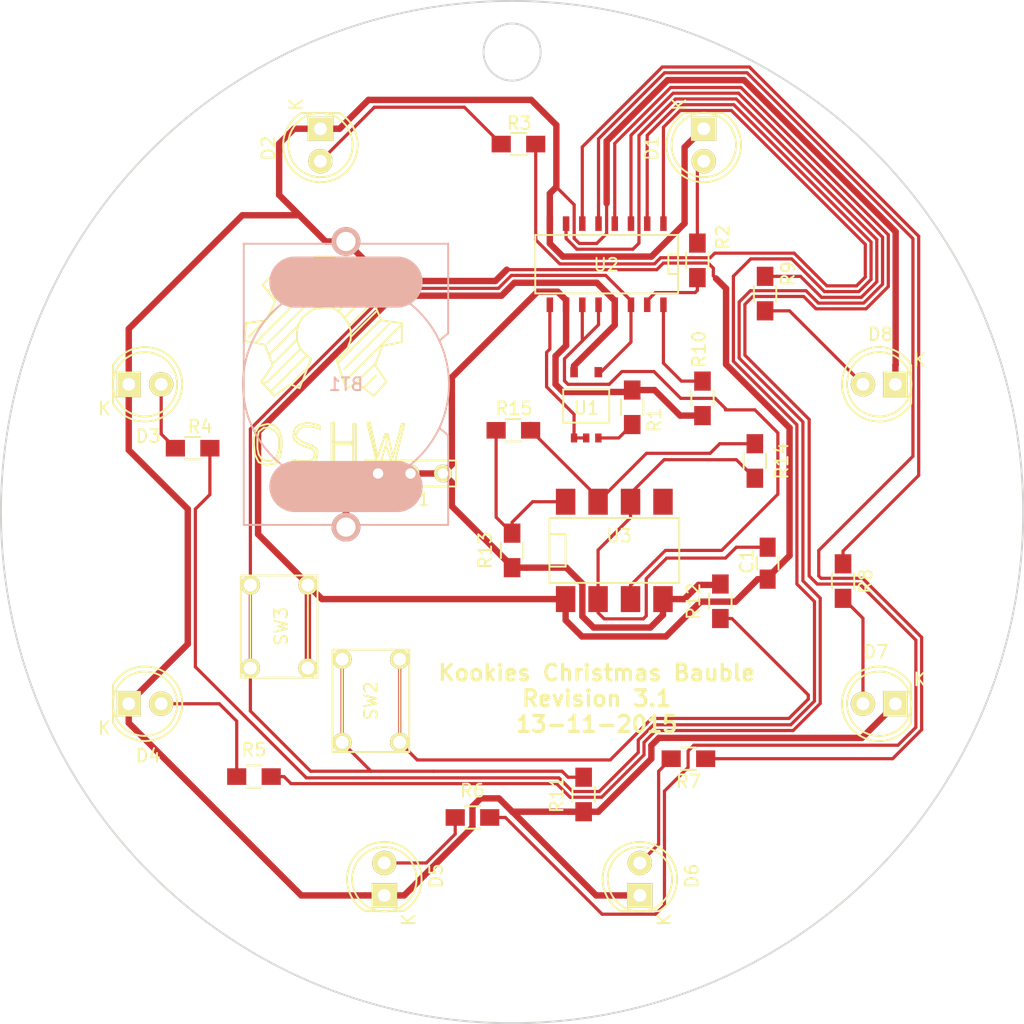
<source format=kicad_pcb>
(kicad_pcb (version 4) (host pcbnew no-vcs-found-product)

  (general
    (links 61)
    (no_connects 0)
    (area 94.924999 54.924999 175.075001 135.075001)
    (thickness 1.6)
    (drawings 3)
    (tracks 393)
    (zones 0)
    (modules 32)
    (nets 29)
  )

  (page A4)
  (layers
    (0 F.Cu signal)
    (31 B.Cu signal)
    (32 B.Adhes user)
    (33 F.Adhes user)
    (34 B.Paste user)
    (35 F.Paste user)
    (36 B.SilkS user)
    (37 F.SilkS user)
    (38 B.Mask user)
    (39 F.Mask user)
    (40 Dwgs.User user)
    (41 Cmts.User user)
    (42 Eco1.User user)
    (43 Eco2.User user)
    (44 Edge.Cuts user)
    (45 Margin user)
    (46 B.CrtYd user)
    (47 F.CrtYd user)
    (48 B.Fab user)
    (49 F.Fab user)
  )

  (setup
    (last_trace_width 0.25)
    (user_trace_width 0.5)
    (trace_clearance 0.2)
    (zone_clearance 0.508)
    (zone_45_only no)
    (trace_min 0.0127)
    (segment_width 0.2)
    (edge_width 0.15)
    (via_size 0.6)
    (via_drill 0.4)
    (via_min_size 0.4)
    (via_min_drill 0.3)
    (uvia_size 0.3)
    (uvia_drill 0.1)
    (uvias_allowed no)
    (uvia_min_size 0.2)
    (uvia_min_drill 0.1)
    (pcb_text_width 0.3)
    (pcb_text_size 1.5 1.5)
    (mod_edge_width 0.15)
    (mod_text_size 1 1)
    (mod_text_width 0.15)
    (pad_size 1.524 1.524)
    (pad_drill 0.762)
    (pad_to_mask_clearance 0.2)
    (aux_axis_origin 0 0)
    (visible_elements FFFEFF7F)
    (pcbplotparams
      (layerselection 0x010f0_80000001)
      (usegerberextensions true)
      (excludeedgelayer true)
      (linewidth 0.100000)
      (plotframeref false)
      (viasonmask false)
      (mode 1)
      (useauxorigin false)
      (hpglpennumber 1)
      (hpglpenspeed 20)
      (hpglpendiameter 15)
      (hpglpenoverlay 2)
      (psnegative false)
      (psa4output false)
      (plotreference true)
      (plotvalue true)
      (plotinvisibletext false)
      (padsonsilk false)
      (subtractmaskfromsilk false)
      (outputformat 1)
      (mirror false)
      (drillshape 0)
      (scaleselection 1)
      (outputdirectory /home/spacekookie/christmas_bauble/))
  )

  (net 0 "")
  (net 1 "Net-(BT1-Pad1)")
  (net 2 GND)
  (net 3 "Net-(C1-Pad2)")
  (net 4 "Net-(D1-Pad2)")
  (net 5 "Net-(D2-Pad2)")
  (net 6 "Net-(D3-Pad2)")
  (net 7 "Net-(D4-Pad2)")
  (net 8 "Net-(D5-Pad2)")
  (net 9 "Net-(D6-Pad2)")
  (net 10 "Net-(D7-Pad2)")
  (net 11 "Net-(D8-Pad2)")
  (net 12 VCC)
  (net 13 "Net-(R1-Pad2)")
  (net 14 /LED_A)
  (net 15 /LED_B)
  (net 16 /LED_C)
  (net 17 /LED_D)
  (net 18 /LED_E)
  (net 19 /LED_F)
  (net 20 /LED_G)
  (net 21 /LED_H)
  (net 22 "Net-(R10-Pad2)")
  (net 23 /PULL_HIGH)
  (net 24 "Net-(R12-Pad1)")
  (net 25 "Net-(R13-Pad2)")
  (net 26 "Net-(R14-Pad1)")
  (net 27 /XOR_IN_A)
  (net 28 /555_OUT)

  (net_class Default "This is the default net class."
    (clearance 0.2)
    (trace_width 0.25)
    (via_dia 0.6)
    (via_drill 0.4)
    (uvia_dia 0.3)
    (uvia_drill 0.1)
  )

  (net_class DirtyPCB ""
    (clearance 0.0127)
    (trace_width 0.0127)
    (via_dia 0.6)
    (via_drill 0.4)
    (uvia_dia 0.3)
    (uvia_drill 0.1)
    (add_net /555_OUT)
    (add_net /LED_A)
    (add_net /LED_B)
    (add_net /LED_C)
    (add_net /LED_D)
    (add_net /LED_E)
    (add_net /LED_F)
    (add_net /LED_G)
    (add_net /LED_H)
    (add_net /PULL_HIGH)
    (add_net /XOR_IN_A)
    (add_net GND)
    (add_net "Net-(BT1-Pad1)")
    (add_net "Net-(C1-Pad2)")
    (add_net "Net-(D1-Pad2)")
    (add_net "Net-(D2-Pad2)")
    (add_net "Net-(D3-Pad2)")
    (add_net "Net-(D4-Pad2)")
    (add_net "Net-(D5-Pad2)")
    (add_net "Net-(D6-Pad2)")
    (add_net "Net-(D7-Pad2)")
    (add_net "Net-(D8-Pad2)")
    (add_net "Net-(R1-Pad2)")
    (add_net "Net-(R10-Pad2)")
    (add_net "Net-(R12-Pad1)")
    (add_net "Net-(R13-Pad2)")
    (add_net "Net-(R14-Pad1)")
    (add_net VCC)
  )

  (module LEDs:LED-5MM (layer F.Cu) (tedit 5570F7EA) (tstamp 55F46A72)
    (at 150 65 270)
    (descr "LED 5mm round vertical")
    (tags "LED 5mm round vertical")
    (path /55F53C47)
    (fp_text reference D1 (at 1.524 4.064 270) (layer F.SilkS)
      (effects (font (size 1 1) (thickness 0.15)))
    )
    (fp_text value LED (at 1.524 -3.937 270) (layer F.Fab)
      (effects (font (size 1 1) (thickness 0.15)))
    )
    (fp_line (start -1.5 -1.55) (end -1.5 1.55) (layer F.CrtYd) (width 0.05))
    (fp_arc (start 1.3 0) (end -1.5 1.55) (angle -302) (layer F.CrtYd) (width 0.05))
    (fp_arc (start 1.27 0) (end -1.23 -1.5) (angle 297.5) (layer F.SilkS) (width 0.15))
    (fp_line (start -1.23 1.5) (end -1.23 -1.5) (layer F.SilkS) (width 0.15))
    (fp_circle (center 1.27 0) (end 0.97 -2.5) (layer F.SilkS) (width 0.15))
    (fp_text user K (at -1.905 1.905 270) (layer F.SilkS)
      (effects (font (size 1 1) (thickness 0.15)))
    )
    (pad 1 thru_hole rect (at 0 0) (size 2 1.9) (drill 1.00076) (layers *.Cu *.Mask F.SilkS)
      (net 2 GND))
    (pad 2 thru_hole circle (at 2.54 0 270) (size 1.9 1.9) (drill 1.00076) (layers *.Cu *.Mask F.SilkS)
      (net 4 "Net-(D1-Pad2)"))
    (model LEDs.3dshapes/LED-5MM.wrl
      (at (xyz 0.05 0 0))
      (scale (xyz 1 1 1))
      (rotate (xyz 0 0 90))
    )
  )

  (module SMD_Packages:DIP-8_SMD (layer F.Cu) (tedit 0) (tstamp 55F46BDD)
    (at 143 98)
    (descr "DIP-8_300 smd shape")
    (tags "smd cms 8dip")
    (path /55F374FD)
    (attr smd)
    (fp_text reference U3 (at 0.381 -1.143) (layer F.SilkS)
      (effects (font (size 1 1) (thickness 0.15)))
    )
    (fp_text value 555 (at 0 0.762) (layer F.Fab)
      (effects (font (size 1 1) (thickness 0.15)))
    )
    (fp_line (start -5.08 -2.54) (end -5.08 2.54) (layer F.SilkS) (width 0.15))
    (fp_line (start -5.08 2.54) (end 5.08 2.54) (layer F.SilkS) (width 0.15))
    (fp_line (start 5.08 2.54) (end 5.08 -2.54) (layer F.SilkS) (width 0.15))
    (fp_line (start 5.08 -2.54) (end -5.08 -2.54) (layer F.SilkS) (width 0.15))
    (fp_line (start -5.08 -1.27) (end -3.81 -1.27) (layer F.SilkS) (width 0.15))
    (fp_line (start -3.81 -1.27) (end -3.81 1.27) (layer F.SilkS) (width 0.15))
    (fp_line (start -3.81 1.27) (end -5.08 1.27) (layer F.SilkS) (width 0.15))
    (pad 1 smd rect (at -3.81 3.81) (size 1.524 2.032) (layers F.Cu F.Paste F.Mask)
      (net 2 GND))
    (pad 2 smd rect (at -1.27 3.81) (size 1.524 2.032) (layers F.Cu F.Paste F.Mask)
      (net 3 "Net-(C1-Pad2)"))
    (pad 3 smd rect (at 1.27 3.81) (size 1.524 2.032) (layers F.Cu F.Paste F.Mask)
      (net 28 /555_OUT))
    (pad 4 smd rect (at 3.81 3.81) (size 1.524 2.032) (layers F.Cu F.Paste F.Mask)
      (net 12 VCC))
    (pad 5 smd rect (at 3.81 -3.81) (size 1.524 2.032) (layers F.Cu F.Paste F.Mask))
    (pad 6 smd rect (at 1.27 -3.81) (size 1.524 2.032) (layers F.Cu F.Paste F.Mask)
      (net 3 "Net-(C1-Pad2)"))
    (pad 7 smd rect (at -1.27 -3.81) (size 1.524 2.032) (layers F.Cu F.Paste F.Mask)
      (net 26 "Net-(R14-Pad1)"))
    (pad 8 smd rect (at -3.81 -3.81) (size 1.524 2.032) (layers F.Cu F.Paste F.Mask)
      (net 25 "Net-(R13-Pad2)"))
    (model SMD_Packages.3dshapes/DIP-8_SMD.wrl
      (at (xyz 0 0 0))
      (scale (xyz 1 0.5 0.8))
      (rotate (xyz 0 0 0))
    )
  )

  (module kookie_utilities:COIN_BAT_HOLDER (layer B.Cu) (tedit 55F57C68) (tstamp 55F46A5A)
    (at 122 85 90)
    (path /55F3F116)
    (fp_text reference BT1 (at 0 0 180) (layer B.SilkS)
      (effects (font (size 1 1) (thickness 0.15)) (justify mirror))
    )
    (fp_text value Battery (at 0 9.1 90) (layer B.Fab)
      (effects (font (size 1 1) (thickness 0.15)) (justify mirror))
    )
    (fp_line (start -4 8) (end -3.4 7.3) (layer B.SilkS) (width 0.15))
    (fp_line (start 4 8) (end 3.4 7.3) (layer B.SilkS) (width 0.15))
    (fp_line (start 8 4) (end 8 -4) (layer B.SilkS) (width 4))
    (fp_line (start -8 4) (end -8 -4) (layer B.SilkS) (width 4))
    (fp_circle (center 0 0) (end 8 -1) (layer B.SilkS) (width 0.15))
    (fp_line (start -11 8) (end -11 -8) (layer B.SilkS) (width 0.15))
    (fp_line (start -11 -8) (end 11 -8) (layer B.SilkS) (width 0.15))
    (fp_line (start 11 -8) (end 11 8) (layer B.SilkS) (width 0.15))
    (fp_line (start 11 8) (end 4 8) (layer B.SilkS) (width 0.15))
    (fp_line (start -4 8) (end -11 8) (layer B.SilkS) (width 0.15))
    (pad 1 thru_hole circle (at -11.175 0 90) (size 2.25 2.25) (drill 1.5) (layers *.Cu *.Mask B.SilkS)
      (net 1 "Net-(BT1-Pad1)"))
    (pad 2 thru_hole circle (at 11.175 0 90) (size 2.25 2.25) (drill 1.5) (layers *.Cu *.Mask B.SilkS)
      (net 2 GND))
  )

  (module LEDs:LED-5MM (layer F.Cu) (tedit 5570F7EA) (tstamp 55F46A7E)
    (at 120 65 270)
    (descr "LED 5mm round vertical")
    (tags "LED 5mm round vertical")
    (path /55F54F09)
    (fp_text reference D2 (at 1.524 4.064 270) (layer F.SilkS)
      (effects (font (size 1 1) (thickness 0.15)))
    )
    (fp_text value LED (at 1.524 -3.937 270) (layer F.Fab)
      (effects (font (size 1 1) (thickness 0.15)))
    )
    (fp_line (start -1.5 -1.55) (end -1.5 1.55) (layer F.CrtYd) (width 0.05))
    (fp_arc (start 1.3 0) (end -1.5 1.55) (angle -302) (layer F.CrtYd) (width 0.05))
    (fp_arc (start 1.27 0) (end -1.23 -1.5) (angle 297.5) (layer F.SilkS) (width 0.15))
    (fp_line (start -1.23 1.5) (end -1.23 -1.5) (layer F.SilkS) (width 0.15))
    (fp_circle (center 1.27 0) (end 0.97 -2.5) (layer F.SilkS) (width 0.15))
    (fp_text user K (at -1.905 1.905 270) (layer F.SilkS)
      (effects (font (size 1 1) (thickness 0.15)))
    )
    (pad 1 thru_hole rect (at 0 0) (size 2 1.9) (drill 1.00076) (layers *.Cu *.Mask F.SilkS)
      (net 2 GND))
    (pad 2 thru_hole circle (at 2.54 0 270) (size 1.9 1.9) (drill 1.00076) (layers *.Cu *.Mask F.SilkS)
      (net 5 "Net-(D2-Pad2)"))
    (model LEDs.3dshapes/LED-5MM.wrl
      (at (xyz 0.05 0 0))
      (scale (xyz 1 1 1))
      (rotate (xyz 0 0 90))
    )
  )

  (module LEDs:LED-5MM (layer F.Cu) (tedit 5570F7EA) (tstamp 55F46A8A)
    (at 105 85)
    (descr "LED 5mm round vertical")
    (tags "LED 5mm round vertical")
    (path /55F564A1)
    (fp_text reference D3 (at 1.524 4.064) (layer F.SilkS)
      (effects (font (size 1 1) (thickness 0.15)))
    )
    (fp_text value LED (at 1.524 -3.937) (layer F.Fab)
      (effects (font (size 1 1) (thickness 0.15)))
    )
    (fp_line (start -1.5 -1.55) (end -1.5 1.55) (layer F.CrtYd) (width 0.05))
    (fp_arc (start 1.3 0) (end -1.5 1.55) (angle -302) (layer F.CrtYd) (width 0.05))
    (fp_arc (start 1.27 0) (end -1.23 -1.5) (angle 297.5) (layer F.SilkS) (width 0.15))
    (fp_line (start -1.23 1.5) (end -1.23 -1.5) (layer F.SilkS) (width 0.15))
    (fp_circle (center 1.27 0) (end 0.97 -2.5) (layer F.SilkS) (width 0.15))
    (fp_text user K (at -1.905 1.905) (layer F.SilkS)
      (effects (font (size 1 1) (thickness 0.15)))
    )
    (pad 1 thru_hole rect (at 0 0 90) (size 2 1.9) (drill 1.00076) (layers *.Cu *.Mask F.SilkS)
      (net 2 GND))
    (pad 2 thru_hole circle (at 2.54 0) (size 1.9 1.9) (drill 1.00076) (layers *.Cu *.Mask F.SilkS)
      (net 6 "Net-(D3-Pad2)"))
    (model LEDs.3dshapes/LED-5MM.wrl
      (at (xyz 0.05 0 0))
      (scale (xyz 1 1 1))
      (rotate (xyz 0 0 90))
    )
  )

  (module LEDs:LED-5MM (layer F.Cu) (tedit 5570F7EA) (tstamp 55F46A96)
    (at 105 110)
    (descr "LED 5mm round vertical")
    (tags "LED 5mm round vertical")
    (path /55F56568)
    (fp_text reference D4 (at 1.524 4.064) (layer F.SilkS)
      (effects (font (size 1 1) (thickness 0.15)))
    )
    (fp_text value LED (at 1.524 -3.937) (layer F.Fab)
      (effects (font (size 1 1) (thickness 0.15)))
    )
    (fp_line (start -1.5 -1.55) (end -1.5 1.55) (layer F.CrtYd) (width 0.05))
    (fp_arc (start 1.3 0) (end -1.5 1.55) (angle -302) (layer F.CrtYd) (width 0.05))
    (fp_arc (start 1.27 0) (end -1.23 -1.5) (angle 297.5) (layer F.SilkS) (width 0.15))
    (fp_line (start -1.23 1.5) (end -1.23 -1.5) (layer F.SilkS) (width 0.15))
    (fp_circle (center 1.27 0) (end 0.97 -2.5) (layer F.SilkS) (width 0.15))
    (fp_text user K (at -1.905 1.905) (layer F.SilkS)
      (effects (font (size 1 1) (thickness 0.15)))
    )
    (pad 1 thru_hole rect (at 0 0 90) (size 2 1.9) (drill 1.00076) (layers *.Cu *.Mask F.SilkS)
      (net 2 GND))
    (pad 2 thru_hole circle (at 2.54 0) (size 1.9 1.9) (drill 1.00076) (layers *.Cu *.Mask F.SilkS)
      (net 7 "Net-(D4-Pad2)"))
    (model LEDs.3dshapes/LED-5MM.wrl
      (at (xyz 0.05 0 0))
      (scale (xyz 1 1 1))
      (rotate (xyz 0 0 90))
    )
  )

  (module LEDs:LED-5MM (layer F.Cu) (tedit 5570F7EA) (tstamp 55F46AA2)
    (at 125 125 90)
    (descr "LED 5mm round vertical")
    (tags "LED 5mm round vertical")
    (path /55F597F1)
    (fp_text reference D5 (at 1.524 4.064 90) (layer F.SilkS)
      (effects (font (size 1 1) (thickness 0.15)))
    )
    (fp_text value LED (at 1.524 -3.937 90) (layer F.Fab)
      (effects (font (size 1 1) (thickness 0.15)))
    )
    (fp_line (start -1.5 -1.55) (end -1.5 1.55) (layer F.CrtYd) (width 0.05))
    (fp_arc (start 1.3 0) (end -1.5 1.55) (angle -302) (layer F.CrtYd) (width 0.05))
    (fp_arc (start 1.27 0) (end -1.23 -1.5) (angle 297.5) (layer F.SilkS) (width 0.15))
    (fp_line (start -1.23 1.5) (end -1.23 -1.5) (layer F.SilkS) (width 0.15))
    (fp_circle (center 1.27 0) (end 0.97 -2.5) (layer F.SilkS) (width 0.15))
    (fp_text user K (at -1.905 1.905 90) (layer F.SilkS)
      (effects (font (size 1 1) (thickness 0.15)))
    )
    (pad 1 thru_hole rect (at 0 0 180) (size 2 1.9) (drill 1.00076) (layers *.Cu *.Mask F.SilkS)
      (net 2 GND))
    (pad 2 thru_hole circle (at 2.54 0 90) (size 1.9 1.9) (drill 1.00076) (layers *.Cu *.Mask F.SilkS)
      (net 8 "Net-(D5-Pad2)"))
    (model LEDs.3dshapes/LED-5MM.wrl
      (at (xyz 0.05 0 0))
      (scale (xyz 1 1 1))
      (rotate (xyz 0 0 90))
    )
  )

  (module LEDs:LED-5MM (layer F.Cu) (tedit 5570F7EA) (tstamp 55F46AAE)
    (at 145 125 90)
    (descr "LED 5mm round vertical")
    (tags "LED 5mm round vertical")
    (path /55F59C5B)
    (fp_text reference D6 (at 1.524 4.064 90) (layer F.SilkS)
      (effects (font (size 1 1) (thickness 0.15)))
    )
    (fp_text value LED (at 1.524 -3.937 90) (layer F.Fab)
      (effects (font (size 1 1) (thickness 0.15)))
    )
    (fp_line (start -1.5 -1.55) (end -1.5 1.55) (layer F.CrtYd) (width 0.05))
    (fp_arc (start 1.3 0) (end -1.5 1.55) (angle -302) (layer F.CrtYd) (width 0.05))
    (fp_arc (start 1.27 0) (end -1.23 -1.5) (angle 297.5) (layer F.SilkS) (width 0.15))
    (fp_line (start -1.23 1.5) (end -1.23 -1.5) (layer F.SilkS) (width 0.15))
    (fp_circle (center 1.27 0) (end 0.97 -2.5) (layer F.SilkS) (width 0.15))
    (fp_text user K (at -1.905 1.905 90) (layer F.SilkS)
      (effects (font (size 1 1) (thickness 0.15)))
    )
    (pad 1 thru_hole rect (at 0 0 180) (size 2 1.9) (drill 1.00076) (layers *.Cu *.Mask F.SilkS)
      (net 2 GND))
    (pad 2 thru_hole circle (at 2.54 0 90) (size 1.9 1.9) (drill 1.00076) (layers *.Cu *.Mask F.SilkS)
      (net 9 "Net-(D6-Pad2)"))
    (model LEDs.3dshapes/LED-5MM.wrl
      (at (xyz 0.05 0 0))
      (scale (xyz 1 1 1))
      (rotate (xyz 0 0 90))
    )
  )

  (module LEDs:LED-5MM (layer F.Cu) (tedit 5570F7EA) (tstamp 55F46ABA)
    (at 165 110 180)
    (descr "LED 5mm round vertical")
    (tags "LED 5mm round vertical")
    (path /55F5C210)
    (fp_text reference D7 (at 1.524 4.064 180) (layer F.SilkS)
      (effects (font (size 1 1) (thickness 0.15)))
    )
    (fp_text value LED (at 1.524 -3.937 180) (layer F.Fab)
      (effects (font (size 1 1) (thickness 0.15)))
    )
    (fp_line (start -1.5 -1.55) (end -1.5 1.55) (layer F.CrtYd) (width 0.05))
    (fp_arc (start 1.3 0) (end -1.5 1.55) (angle -302) (layer F.CrtYd) (width 0.05))
    (fp_arc (start 1.27 0) (end -1.23 -1.5) (angle 297.5) (layer F.SilkS) (width 0.15))
    (fp_line (start -1.23 1.5) (end -1.23 -1.5) (layer F.SilkS) (width 0.15))
    (fp_circle (center 1.27 0) (end 0.97 -2.5) (layer F.SilkS) (width 0.15))
    (fp_text user K (at -1.905 1.905 180) (layer F.SilkS)
      (effects (font (size 1 1) (thickness 0.15)))
    )
    (pad 1 thru_hole rect (at 0 0 270) (size 2 1.9) (drill 1.00076) (layers *.Cu *.Mask F.SilkS)
      (net 2 GND))
    (pad 2 thru_hole circle (at 2.54 0 180) (size 1.9 1.9) (drill 1.00076) (layers *.Cu *.Mask F.SilkS)
      (net 10 "Net-(D7-Pad2)"))
    (model LEDs.3dshapes/LED-5MM.wrl
      (at (xyz 0.05 0 0))
      (scale (xyz 1 1 1))
      (rotate (xyz 0 0 90))
    )
  )

  (module LEDs:LED-5MM (layer F.Cu) (tedit 5570F7EA) (tstamp 55F46AC6)
    (at 165 85 180)
    (descr "LED 5mm round vertical")
    (tags "LED 5mm round vertical")
    (path /55F5C6E4)
    (fp_text reference D8 (at 1.18 3.91 180) (layer F.SilkS)
      (effects (font (size 1 1) (thickness 0.15)))
    )
    (fp_text value LED (at 1.524 -3.937 180) (layer F.Fab)
      (effects (font (size 1 1) (thickness 0.15)))
    )
    (fp_line (start -1.5 -1.55) (end -1.5 1.55) (layer F.CrtYd) (width 0.05))
    (fp_arc (start 1.3 0) (end -1.5 1.55) (angle -302) (layer F.CrtYd) (width 0.05))
    (fp_arc (start 1.27 0) (end -1.23 -1.5) (angle 297.5) (layer F.SilkS) (width 0.15))
    (fp_line (start -1.23 1.5) (end -1.23 -1.5) (layer F.SilkS) (width 0.15))
    (fp_circle (center 1.27 0) (end 0.97 -2.5) (layer F.SilkS) (width 0.15))
    (fp_text user K (at -1.905 1.905 180) (layer F.SilkS)
      (effects (font (size 1 1) (thickness 0.15)))
    )
    (pad 1 thru_hole rect (at 0 0 270) (size 2 1.9) (drill 1.00076) (layers *.Cu *.Mask F.SilkS)
      (net 2 GND))
    (pad 2 thru_hole circle (at 2.54 0 180) (size 1.9 1.9) (drill 1.00076) (layers *.Cu *.Mask F.SilkS)
      (net 11 "Net-(D8-Pad2)"))
    (model LEDs.3dshapes/LED-5MM.wrl
      (at (xyz 0.05 0 0))
      (scale (xyz 1 1 1))
      (rotate (xyz 0 0 90))
    )
  )

  (module Resistors_SMD:R_0805_HandSoldering (layer F.Cu) (tedit 54189DEE) (tstamp 55F46AD2)
    (at 144.4 86.8 270)
    (descr "Resistor SMD 0805, hand soldering")
    (tags "resistor 0805")
    (path /55F5095A)
    (attr smd)
    (fp_text reference R1 (at 0.99 -1.74 270) (layer F.SilkS)
      (effects (font (size 1 1) (thickness 0.15)))
    )
    (fp_text value 470 (at 0 2.1 270) (layer F.Fab)
      (effects (font (size 1 1) (thickness 0.15)))
    )
    (fp_line (start -2.4 -1) (end 2.4 -1) (layer F.CrtYd) (width 0.05))
    (fp_line (start -2.4 1) (end 2.4 1) (layer F.CrtYd) (width 0.05))
    (fp_line (start -2.4 -1) (end -2.4 1) (layer F.CrtYd) (width 0.05))
    (fp_line (start 2.4 -1) (end 2.4 1) (layer F.CrtYd) (width 0.05))
    (fp_line (start 0.6 0.875) (end -0.6 0.875) (layer F.SilkS) (width 0.15))
    (fp_line (start -0.6 -0.875) (end 0.6 -0.875) (layer F.SilkS) (width 0.15))
    (pad 1 smd rect (at -1.35 0 270) (size 1.5 1.3) (layers F.Cu F.Paste F.Mask)
      (net 12 VCC))
    (pad 2 smd rect (at 1.35 0 270) (size 1.5 1.3) (layers F.Cu F.Paste F.Mask)
      (net 13 "Net-(R1-Pad2)"))
    (model Resistors_SMD.3dshapes/R_0805_HandSoldering.wrl
      (at (xyz 0 0 0))
      (scale (xyz 1 1 1))
      (rotate (xyz 0 0 0))
    )
  )

  (module Resistors_SMD:R_0805_HandSoldering (layer F.Cu) (tedit 54189DEE) (tstamp 55F46ADE)
    (at 149.5 75.3 270)
    (descr "Resistor SMD 0805, hand soldering")
    (tags "resistor 0805")
    (path /55F53CD0)
    (attr smd)
    (fp_text reference R2 (at -1.81 -1.99 270) (layer F.SilkS)
      (effects (font (size 1 1) (thickness 0.15)))
    )
    (fp_text value 4.7k (at 0 2.1 270) (layer F.Fab)
      (effects (font (size 1 1) (thickness 0.15)))
    )
    (fp_line (start -2.4 -1) (end 2.4 -1) (layer F.CrtYd) (width 0.05))
    (fp_line (start -2.4 1) (end 2.4 1) (layer F.CrtYd) (width 0.05))
    (fp_line (start -2.4 -1) (end -2.4 1) (layer F.CrtYd) (width 0.05))
    (fp_line (start 2.4 -1) (end 2.4 1) (layer F.CrtYd) (width 0.05))
    (fp_line (start 0.6 0.875) (end -0.6 0.875) (layer F.SilkS) (width 0.15))
    (fp_line (start -0.6 -0.875) (end 0.6 -0.875) (layer F.SilkS) (width 0.15))
    (pad 1 smd rect (at -1.35 0 270) (size 1.5 1.3) (layers F.Cu F.Paste F.Mask)
      (net 4 "Net-(D1-Pad2)"))
    (pad 2 smd rect (at 1.35 0 270) (size 1.5 1.3) (layers F.Cu F.Paste F.Mask)
      (net 14 /LED_A))
    (model Resistors_SMD.3dshapes/R_0805_HandSoldering.wrl
      (at (xyz 0 0 0))
      (scale (xyz 1 1 1))
      (rotate (xyz 0 0 0))
    )
  )

  (module Resistors_SMD:R_0805_HandSoldering (layer F.Cu) (tedit 54189DEE) (tstamp 55F46AEA)
    (at 135.5 66.2)
    (descr "Resistor SMD 0805, hand soldering")
    (tags "resistor 0805")
    (path /55F54F0F)
    (attr smd)
    (fp_text reference R3 (at 0.06 -1.63) (layer F.SilkS)
      (effects (font (size 1 1) (thickness 0.15)))
    )
    (fp_text value 4.7k (at 0 2.1) (layer F.Fab)
      (effects (font (size 1 1) (thickness 0.15)))
    )
    (fp_line (start -2.4 -1) (end 2.4 -1) (layer F.CrtYd) (width 0.05))
    (fp_line (start -2.4 1) (end 2.4 1) (layer F.CrtYd) (width 0.05))
    (fp_line (start -2.4 -1) (end -2.4 1) (layer F.CrtYd) (width 0.05))
    (fp_line (start 2.4 -1) (end 2.4 1) (layer F.CrtYd) (width 0.05))
    (fp_line (start 0.6 0.875) (end -0.6 0.875) (layer F.SilkS) (width 0.15))
    (fp_line (start -0.6 -0.875) (end 0.6 -0.875) (layer F.SilkS) (width 0.15))
    (pad 1 smd rect (at -1.35 0) (size 1.5 1.3) (layers F.Cu F.Paste F.Mask)
      (net 5 "Net-(D2-Pad2)"))
    (pad 2 smd rect (at 1.35 0) (size 1.5 1.3) (layers F.Cu F.Paste F.Mask)
      (net 15 /LED_B))
    (model Resistors_SMD.3dshapes/R_0805_HandSoldering.wrl
      (at (xyz 0 0 0))
      (scale (xyz 1 1 1))
      (rotate (xyz 0 0 0))
    )
  )

  (module Resistors_SMD:R_0805_HandSoldering (layer F.Cu) (tedit 54189DEE) (tstamp 55F46AF6)
    (at 110 90)
    (descr "Resistor SMD 0805, hand soldering")
    (tags "resistor 0805")
    (path /55F564A7)
    (attr smd)
    (fp_text reference R4 (at 0.59 -1.69) (layer F.SilkS)
      (effects (font (size 1 1) (thickness 0.15)))
    )
    (fp_text value 4.7k (at 0 2.1) (layer F.Fab)
      (effects (font (size 1 1) (thickness 0.15)))
    )
    (fp_line (start -2.4 -1) (end 2.4 -1) (layer F.CrtYd) (width 0.05))
    (fp_line (start -2.4 1) (end 2.4 1) (layer F.CrtYd) (width 0.05))
    (fp_line (start -2.4 -1) (end -2.4 1) (layer F.CrtYd) (width 0.05))
    (fp_line (start 2.4 -1) (end 2.4 1) (layer F.CrtYd) (width 0.05))
    (fp_line (start 0.6 0.875) (end -0.6 0.875) (layer F.SilkS) (width 0.15))
    (fp_line (start -0.6 -0.875) (end 0.6 -0.875) (layer F.SilkS) (width 0.15))
    (pad 1 smd rect (at -1.35 0) (size 1.5 1.3) (layers F.Cu F.Paste F.Mask)
      (net 6 "Net-(D3-Pad2)"))
    (pad 2 smd rect (at 1.35 0) (size 1.5 1.3) (layers F.Cu F.Paste F.Mask)
      (net 16 /LED_C))
    (model Resistors_SMD.3dshapes/R_0805_HandSoldering.wrl
      (at (xyz 0 0 0))
      (scale (xyz 1 1 1))
      (rotate (xyz 0 0 0))
    )
  )

  (module Resistors_SMD:R_0805_HandSoldering (layer F.Cu) (tedit 54189DEE) (tstamp 55F46B02)
    (at 114.8 115.7)
    (descr "Resistor SMD 0805, hand soldering")
    (tags "resistor 0805")
    (path /55F5656E)
    (attr smd)
    (fp_text reference R5 (at 0 -2.1) (layer F.SilkS)
      (effects (font (size 1 1) (thickness 0.15)))
    )
    (fp_text value 4.7k (at 0 2.1) (layer F.Fab)
      (effects (font (size 1 1) (thickness 0.15)))
    )
    (fp_line (start -2.4 -1) (end 2.4 -1) (layer F.CrtYd) (width 0.05))
    (fp_line (start -2.4 1) (end 2.4 1) (layer F.CrtYd) (width 0.05))
    (fp_line (start -2.4 -1) (end -2.4 1) (layer F.CrtYd) (width 0.05))
    (fp_line (start 2.4 -1) (end 2.4 1) (layer F.CrtYd) (width 0.05))
    (fp_line (start 0.6 0.875) (end -0.6 0.875) (layer F.SilkS) (width 0.15))
    (fp_line (start -0.6 -0.875) (end 0.6 -0.875) (layer F.SilkS) (width 0.15))
    (pad 1 smd rect (at -1.35 0) (size 1.5 1.3) (layers F.Cu F.Paste F.Mask)
      (net 7 "Net-(D4-Pad2)"))
    (pad 2 smd rect (at 1.35 0) (size 1.5 1.3) (layers F.Cu F.Paste F.Mask)
      (net 17 /LED_D))
    (model Resistors_SMD.3dshapes/R_0805_HandSoldering.wrl
      (at (xyz 0 0 0))
      (scale (xyz 1 1 1))
      (rotate (xyz 0 0 0))
    )
  )

  (module Resistors_SMD:R_0805_HandSoldering (layer F.Cu) (tedit 54189DEE) (tstamp 55F46B0E)
    (at 131.9 118.9)
    (descr "Resistor SMD 0805, hand soldering")
    (tags "resistor 0805")
    (path /55F597F7)
    (attr smd)
    (fp_text reference R6 (at 0 -2.1) (layer F.SilkS)
      (effects (font (size 1 1) (thickness 0.15)))
    )
    (fp_text value 4.7k (at 0 2.1) (layer F.Fab)
      (effects (font (size 1 1) (thickness 0.15)))
    )
    (fp_line (start -2.4 -1) (end 2.4 -1) (layer F.CrtYd) (width 0.05))
    (fp_line (start -2.4 1) (end 2.4 1) (layer F.CrtYd) (width 0.05))
    (fp_line (start -2.4 -1) (end -2.4 1) (layer F.CrtYd) (width 0.05))
    (fp_line (start 2.4 -1) (end 2.4 1) (layer F.CrtYd) (width 0.05))
    (fp_line (start 0.6 0.875) (end -0.6 0.875) (layer F.SilkS) (width 0.15))
    (fp_line (start -0.6 -0.875) (end 0.6 -0.875) (layer F.SilkS) (width 0.15))
    (pad 1 smd rect (at -1.35 0) (size 1.5 1.3) (layers F.Cu F.Paste F.Mask)
      (net 8 "Net-(D5-Pad2)"))
    (pad 2 smd rect (at 1.35 0) (size 1.5 1.3) (layers F.Cu F.Paste F.Mask)
      (net 18 /LED_E))
    (model Resistors_SMD.3dshapes/R_0805_HandSoldering.wrl
      (at (xyz 0 0 0))
      (scale (xyz 1 1 1))
      (rotate (xyz 0 0 0))
    )
  )

  (module Resistors_SMD:R_0805_HandSoldering (layer F.Cu) (tedit 54189DEE) (tstamp 55F46B1A)
    (at 148.8 114.3)
    (descr "Resistor SMD 0805, hand soldering")
    (tags "resistor 0805")
    (path /55F59C61)
    (attr smd)
    (fp_text reference R7 (at 0 1.78) (layer F.SilkS)
      (effects (font (size 1 1) (thickness 0.15)))
    )
    (fp_text value 4.7k (at 0 2.1) (layer F.Fab)
      (effects (font (size 1 1) (thickness 0.15)))
    )
    (fp_line (start -2.4 -1) (end 2.4 -1) (layer F.CrtYd) (width 0.05))
    (fp_line (start -2.4 1) (end 2.4 1) (layer F.CrtYd) (width 0.05))
    (fp_line (start -2.4 -1) (end -2.4 1) (layer F.CrtYd) (width 0.05))
    (fp_line (start 2.4 -1) (end 2.4 1) (layer F.CrtYd) (width 0.05))
    (fp_line (start 0.6 0.875) (end -0.6 0.875) (layer F.SilkS) (width 0.15))
    (fp_line (start -0.6 -0.875) (end 0.6 -0.875) (layer F.SilkS) (width 0.15))
    (pad 1 smd rect (at -1.35 0) (size 1.5 1.3) (layers F.Cu F.Paste F.Mask)
      (net 9 "Net-(D6-Pad2)"))
    (pad 2 smd rect (at 1.35 0) (size 1.5 1.3) (layers F.Cu F.Paste F.Mask)
      (net 19 /LED_F))
    (model Resistors_SMD.3dshapes/R_0805_HandSoldering.wrl
      (at (xyz 0 0 0))
      (scale (xyz 1 1 1))
      (rotate (xyz 0 0 0))
    )
  )

  (module Resistors_SMD:R_0805_HandSoldering (layer F.Cu) (tedit 54189DEE) (tstamp 55F46B26)
    (at 160.9 100.4 90)
    (descr "Resistor SMD 0805, hand soldering")
    (tags "resistor 0805")
    (path /55F5C216)
    (attr smd)
    (fp_text reference R8 (at -0.01 1.77 90) (layer F.SilkS)
      (effects (font (size 1 1) (thickness 0.15)))
    )
    (fp_text value 4.7k (at 0 2.1 90) (layer F.Fab)
      (effects (font (size 1 1) (thickness 0.15)))
    )
    (fp_line (start -2.4 -1) (end 2.4 -1) (layer F.CrtYd) (width 0.05))
    (fp_line (start -2.4 1) (end 2.4 1) (layer F.CrtYd) (width 0.05))
    (fp_line (start -2.4 -1) (end -2.4 1) (layer F.CrtYd) (width 0.05))
    (fp_line (start 2.4 -1) (end 2.4 1) (layer F.CrtYd) (width 0.05))
    (fp_line (start 0.6 0.875) (end -0.6 0.875) (layer F.SilkS) (width 0.15))
    (fp_line (start -0.6 -0.875) (end 0.6 -0.875) (layer F.SilkS) (width 0.15))
    (pad 1 smd rect (at -1.35 0 90) (size 1.5 1.3) (layers F.Cu F.Paste F.Mask)
      (net 10 "Net-(D7-Pad2)"))
    (pad 2 smd rect (at 1.35 0 90) (size 1.5 1.3) (layers F.Cu F.Paste F.Mask)
      (net 20 /LED_G))
    (model Resistors_SMD.3dshapes/R_0805_HandSoldering.wrl
      (at (xyz 0 0 0))
      (scale (xyz 1 1 1))
      (rotate (xyz 0 0 0))
    )
  )

  (module Resistors_SMD:R_0805_HandSoldering (layer F.Cu) (tedit 54189DEE) (tstamp 55F46B32)
    (at 154.8 77.9 90)
    (descr "Resistor SMD 0805, hand soldering")
    (tags "resistor 0805")
    (path /55F5C6EA)
    (attr smd)
    (fp_text reference R9 (at 1.54 1.79 90) (layer F.SilkS)
      (effects (font (size 1 1) (thickness 0.15)))
    )
    (fp_text value 4.7k (at 0 2.1 90) (layer F.Fab)
      (effects (font (size 1 1) (thickness 0.15)))
    )
    (fp_line (start -2.4 -1) (end 2.4 -1) (layer F.CrtYd) (width 0.05))
    (fp_line (start -2.4 1) (end 2.4 1) (layer F.CrtYd) (width 0.05))
    (fp_line (start -2.4 -1) (end -2.4 1) (layer F.CrtYd) (width 0.05))
    (fp_line (start 2.4 -1) (end 2.4 1) (layer F.CrtYd) (width 0.05))
    (fp_line (start 0.6 0.875) (end -0.6 0.875) (layer F.SilkS) (width 0.15))
    (fp_line (start -0.6 -0.875) (end 0.6 -0.875) (layer F.SilkS) (width 0.15))
    (pad 1 smd rect (at -1.35 0 90) (size 1.5 1.3) (layers F.Cu F.Paste F.Mask)
      (net 11 "Net-(D8-Pad2)"))
    (pad 2 smd rect (at 1.35 0 90) (size 1.5 1.3) (layers F.Cu F.Paste F.Mask)
      (net 21 /LED_H))
    (model Resistors_SMD.3dshapes/R_0805_HandSoldering.wrl
      (at (xyz 0 0 0))
      (scale (xyz 1 1 1))
      (rotate (xyz 0 0 0))
    )
  )

  (module Resistors_SMD:R_0805_HandSoldering (layer F.Cu) (tedit 54189DEE) (tstamp 55F46B3E)
    (at 149.9 86.1 90)
    (descr "Resistor SMD 0805, hand soldering")
    (tags "resistor 0805")
    (path /55F52DEF)
    (attr smd)
    (fp_text reference R10 (at 3.85 -0.27 90) (layer F.SilkS)
      (effects (font (size 1 1) (thickness 0.15)))
    )
    (fp_text value 470 (at 0 2.1 90) (layer F.Fab)
      (effects (font (size 1 1) (thickness 0.15)))
    )
    (fp_line (start -2.4 -1) (end 2.4 -1) (layer F.CrtYd) (width 0.05))
    (fp_line (start -2.4 1) (end 2.4 1) (layer F.CrtYd) (width 0.05))
    (fp_line (start -2.4 -1) (end -2.4 1) (layer F.CrtYd) (width 0.05))
    (fp_line (start 2.4 -1) (end 2.4 1) (layer F.CrtYd) (width 0.05))
    (fp_line (start 0.6 0.875) (end -0.6 0.875) (layer F.SilkS) (width 0.15))
    (fp_line (start -0.6 -0.875) (end 0.6 -0.875) (layer F.SilkS) (width 0.15))
    (pad 1 smd rect (at -1.35 0 90) (size 1.5 1.3) (layers F.Cu F.Paste F.Mask)
      (net 12 VCC))
    (pad 2 smd rect (at 1.35 0 90) (size 1.5 1.3) (layers F.Cu F.Paste F.Mask)
      (net 22 "Net-(R10-Pad2)"))
    (model Resistors_SMD.3dshapes/R_0805_HandSoldering.wrl
      (at (xyz 0 0 0))
      (scale (xyz 1 1 1))
      (rotate (xyz 0 0 0))
    )
  )

  (module Resistors_SMD:R_0805_HandSoldering (layer F.Cu) (tedit 54189DEE) (tstamp 55F46B4A)
    (at 140.6 117.1 90)
    (descr "Resistor SMD 0805, hand soldering")
    (tags "resistor 0805")
    (path /55F4C658)
    (attr smd)
    (fp_text reference R11 (at 0 -2.1 90) (layer F.SilkS)
      (effects (font (size 1 1) (thickness 0.15)))
    )
    (fp_text value 10k (at 0 2.1 90) (layer F.Fab)
      (effects (font (size 1 1) (thickness 0.15)))
    )
    (fp_line (start -2.4 -1) (end 2.4 -1) (layer F.CrtYd) (width 0.05))
    (fp_line (start -2.4 1) (end 2.4 1) (layer F.CrtYd) (width 0.05))
    (fp_line (start -2.4 -1) (end -2.4 1) (layer F.CrtYd) (width 0.05))
    (fp_line (start 2.4 -1) (end 2.4 1) (layer F.CrtYd) (width 0.05))
    (fp_line (start 0.6 0.875) (end -0.6 0.875) (layer F.SilkS) (width 0.15))
    (fp_line (start -0.6 -0.875) (end 0.6 -0.875) (layer F.SilkS) (width 0.15))
    (pad 1 smd rect (at -1.35 0 90) (size 1.5 1.3) (layers F.Cu F.Paste F.Mask)
      (net 2 GND))
    (pad 2 smd rect (at 1.35 0 90) (size 1.5 1.3) (layers F.Cu F.Paste F.Mask)
      (net 23 /PULL_HIGH))
    (model Resistors_SMD.3dshapes/R_0805_HandSoldering.wrl
      (at (xyz 0 0 0))
      (scale (xyz 1 1 1))
      (rotate (xyz 0 0 0))
    )
  )

  (module Resistors_SMD:R_0805_HandSoldering (layer F.Cu) (tedit 54189DEE) (tstamp 55F46B56)
    (at 151.3 101.98 90)
    (descr "Resistor SMD 0805, hand soldering")
    (tags "resistor 0805")
    (path /55F4ECCB)
    (attr smd)
    (fp_text reference R12 (at 0 -2.1 90) (layer F.SilkS)
      (effects (font (size 1 1) (thickness 0.15)))
    )
    (fp_text value 10k (at 0 2.1 90) (layer F.Fab)
      (effects (font (size 1 1) (thickness 0.15)))
    )
    (fp_line (start -2.4 -1) (end 2.4 -1) (layer F.CrtYd) (width 0.05))
    (fp_line (start -2.4 1) (end 2.4 1) (layer F.CrtYd) (width 0.05))
    (fp_line (start -2.4 -1) (end -2.4 1) (layer F.CrtYd) (width 0.05))
    (fp_line (start 2.4 -1) (end 2.4 1) (layer F.CrtYd) (width 0.05))
    (fp_line (start 0.6 0.875) (end -0.6 0.875) (layer F.SilkS) (width 0.15))
    (fp_line (start -0.6 -0.875) (end 0.6 -0.875) (layer F.SilkS) (width 0.15))
    (pad 1 smd rect (at -1.35 0 90) (size 1.5 1.3) (layers F.Cu F.Paste F.Mask)
      (net 24 "Net-(R12-Pad1)"))
    (pad 2 smd rect (at 1.35 0 90) (size 1.5 1.3) (layers F.Cu F.Paste F.Mask)
      (net 12 VCC))
    (model Resistors_SMD.3dshapes/R_0805_HandSoldering.wrl
      (at (xyz 0 0 0))
      (scale (xyz 1 1 1))
      (rotate (xyz 0 0 0))
    )
  )

  (module Resistors_SMD:R_0805_HandSoldering (layer F.Cu) (tedit 54189DEE) (tstamp 55F46B62)
    (at 135 98 90)
    (descr "Resistor SMD 0805, hand soldering")
    (tags "resistor 0805")
    (path /55F3CC32)
    (attr smd)
    (fp_text reference R13 (at 0 -2.1 90) (layer F.SilkS)
      (effects (font (size 1 1) (thickness 0.15)))
    )
    (fp_text value 470 (at 0 2.1 90) (layer F.Fab)
      (effects (font (size 1 1) (thickness 0.15)))
    )
    (fp_line (start -2.4 -1) (end 2.4 -1) (layer F.CrtYd) (width 0.05))
    (fp_line (start -2.4 1) (end 2.4 1) (layer F.CrtYd) (width 0.05))
    (fp_line (start -2.4 -1) (end -2.4 1) (layer F.CrtYd) (width 0.05))
    (fp_line (start 2.4 -1) (end 2.4 1) (layer F.CrtYd) (width 0.05))
    (fp_line (start 0.6 0.875) (end -0.6 0.875) (layer F.SilkS) (width 0.15))
    (fp_line (start -0.6 -0.875) (end 0.6 -0.875) (layer F.SilkS) (width 0.15))
    (pad 1 smd rect (at -1.35 0 90) (size 1.5 1.3) (layers F.Cu F.Paste F.Mask)
      (net 12 VCC))
    (pad 2 smd rect (at 1.35 0 90) (size 1.5 1.3) (layers F.Cu F.Paste F.Mask)
      (net 25 "Net-(R13-Pad2)"))
    (model Resistors_SMD.3dshapes/R_0805_HandSoldering.wrl
      (at (xyz 0 0 0))
      (scale (xyz 1 1 1))
      (rotate (xyz 0 0 0))
    )
  )

  (module Resistors_SMD:R_0805_HandSoldering (layer F.Cu) (tedit 54189DEE) (tstamp 55F46B6E)
    (at 154 91 270)
    (descr "Resistor SMD 0805, hand soldering")
    (tags "resistor 0805")
    (path /55F3EBAB)
    (attr smd)
    (fp_text reference R14 (at 0 -2.1 270) (layer F.SilkS)
      (effects (font (size 1 1) (thickness 0.15)))
    )
    (fp_text value 10k (at 0 2.1 270) (layer F.Fab)
      (effects (font (size 1 1) (thickness 0.15)))
    )
    (fp_line (start -2.4 -1) (end 2.4 -1) (layer F.CrtYd) (width 0.05))
    (fp_line (start -2.4 1) (end 2.4 1) (layer F.CrtYd) (width 0.05))
    (fp_line (start -2.4 -1) (end -2.4 1) (layer F.CrtYd) (width 0.05))
    (fp_line (start 2.4 -1) (end 2.4 1) (layer F.CrtYd) (width 0.05))
    (fp_line (start 0.6 0.875) (end -0.6 0.875) (layer F.SilkS) (width 0.15))
    (fp_line (start -0.6 -0.875) (end 0.6 -0.875) (layer F.SilkS) (width 0.15))
    (pad 1 smd rect (at -1.35 0 270) (size 1.5 1.3) (layers F.Cu F.Paste F.Mask)
      (net 26 "Net-(R14-Pad1)"))
    (pad 2 smd rect (at 1.35 0 270) (size 1.5 1.3) (layers F.Cu F.Paste F.Mask)
      (net 3 "Net-(C1-Pad2)"))
    (model Resistors_SMD.3dshapes/R_0805_HandSoldering.wrl
      (at (xyz 0 0 0))
      (scale (xyz 1 1 1))
      (rotate (xyz 0 0 0))
    )
  )

  (module Resistors_SMD:R_0805_HandSoldering (layer F.Cu) (tedit 54189DEE) (tstamp 55F46B7A)
    (at 135.1 88.6)
    (descr "Resistor SMD 0805, hand soldering")
    (tags "resistor 0805")
    (path /55F3F2A0)
    (attr smd)
    (fp_text reference R15 (at 0.06 -1.71) (layer F.SilkS)
      (effects (font (size 1 1) (thickness 0.15)))
    )
    (fp_text value 10k (at 0 2.1) (layer F.Fab)
      (effects (font (size 1 1) (thickness 0.15)))
    )
    (fp_line (start -2.4 -1) (end 2.4 -1) (layer F.CrtYd) (width 0.05))
    (fp_line (start -2.4 1) (end 2.4 1) (layer F.CrtYd) (width 0.05))
    (fp_line (start -2.4 -1) (end -2.4 1) (layer F.CrtYd) (width 0.05))
    (fp_line (start 2.4 -1) (end 2.4 1) (layer F.CrtYd) (width 0.05))
    (fp_line (start 0.6 0.875) (end -0.6 0.875) (layer F.SilkS) (width 0.15))
    (fp_line (start -0.6 -0.875) (end 0.6 -0.875) (layer F.SilkS) (width 0.15))
    (pad 1 smd rect (at -1.35 0) (size 1.5 1.3) (layers F.Cu F.Paste F.Mask)
      (net 25 "Net-(R13-Pad2)"))
    (pad 2 smd rect (at 1.35 0) (size 1.5 1.3) (layers F.Cu F.Paste F.Mask)
      (net 26 "Net-(R14-Pad1)"))
    (model Resistors_SMD.3dshapes/R_0805_HandSoldering.wrl
      (at (xyz 0 0 0))
      (scale (xyz 1 1 1))
      (rotate (xyz 0 0 0))
    )
  )

  (module Discret:C1-1 (layer F.Cu) (tedit 0) (tstamp 55F46B86)
    (at 127.05 91.98)
    (descr "Condensateur e = 1 ou 2 pas")
    (tags C)
    (path /55F3EF28)
    (fp_text reference SW1 (at 0 2.032) (layer F.SilkS)
      (effects (font (size 1 1) (thickness 0.15)))
    )
    (fp_text value SWITCH_INV (at 0 2.032) (layer F.Fab)
      (effects (font (size 1 1) (thickness 0.15)))
    )
    (fp_line (start -3.556 -1.016) (end 3.556 -1.016) (layer F.SilkS) (width 0.15))
    (fp_line (start 3.556 -1.016) (end 3.556 1.016) (layer F.SilkS) (width 0.15))
    (fp_line (start 3.556 1.016) (end -3.556 1.016) (layer F.SilkS) (width 0.15))
    (fp_line (start -3.556 1.016) (end -3.556 -1.016) (layer F.SilkS) (width 0.15))
    (fp_line (start -3.556 -0.508) (end -3.048 -1.016) (layer F.SilkS) (width 0.15))
    (pad 1 thru_hole circle (at -2.54 0) (size 1.397 1.397) (drill 0.8128) (layers *.Cu *.Mask F.SilkS)
      (net 1 "Net-(BT1-Pad1)"))
    (pad 2 thru_hole circle (at 2.54 0) (size 1.397 1.397) (drill 0.8128) (layers *.Cu *.Mask F.SilkS)
      (net 12 VCC))
    (pad 2 thru_hole circle (at 0 0) (size 1.397 1.397) (drill 0.8128) (layers *.Cu *.Mask F.SilkS)
      (net 12 VCC))
    (model Discret.3dshapes/C1-1.wrl
      (at (xyz 0 0 0))
      (scale (xyz 1 1 1))
      (rotate (xyz 0 0 0))
    )
  )

  (module kookie_utilities:SW_TACTILE_SHALLOW (layer F.Cu) (tedit 55F3E519) (tstamp 55F46B94)
    (at 123.95 109.77 270)
    (path /55F4D247)
    (fp_text reference SW2 (at 0 0 270) (layer F.SilkS)
      (effects (font (size 1 1) (thickness 0.15)))
    )
    (fp_text value SW_PUSH (at 0 -4 270) (layer F.Fab)
      (effects (font (size 1 1) (thickness 0.15)))
    )
    (fp_line (start -2.5 2.25) (end 2.5 2.25) (layer F.SilkS) (width 0.15))
    (fp_line (start -2.5 -2.25) (end 2.5 -2.25) (layer F.SilkS) (width 0.15))
    (fp_line (start -4 -3) (end 4 -3) (layer F.SilkS) (width 0.15))
    (fp_line (start 4 -3) (end 4 3) (layer F.SilkS) (width 0.15))
    (fp_line (start 4 3) (end -4 3) (layer F.SilkS) (width 0.15))
    (fp_line (start -4 3) (end -4 -3) (layer F.SilkS) (width 0.15))
    (pad 1 thru_hole circle (at -3.25 -2.25 270) (size 1.5 1.5) (drill 1) (layers *.Cu *.Mask F.SilkS)
      (net 24 "Net-(R12-Pad1)"))
    (pad 1 thru_hole circle (at 3.25 -2.25 270) (size 1.5 1.5) (drill 1) (layers *.Cu *.Mask F.SilkS)
      (net 24 "Net-(R12-Pad1)"))
    (pad 2 thru_hole circle (at 3.25 2.25 270) (size 1.5 1.5) (drill 1) (layers *.Cu *.Mask F.SilkS)
      (net 23 /PULL_HIGH))
    (pad 2 thru_hole circle (at -3.25 2.25 270) (size 1.5 1.5) (drill 1) (layers *.Cu *.Mask F.SilkS)
      (net 23 /PULL_HIGH))
  )

  (module kookie_utilities:SW_TACTILE_SHALLOW (layer F.Cu) (tedit 55F3E519) (tstamp 55F46BA2)
    (at 116.77 103.96 270)
    (path /55F4D898)
    (fp_text reference SW3 (at -0.02 -0.16 270) (layer F.SilkS)
      (effects (font (size 1 1) (thickness 0.15)))
    )
    (fp_text value SW_PUSH (at 0 -4 270) (layer F.Fab)
      (effects (font (size 1 1) (thickness 0.15)))
    )
    (fp_line (start -2.5 2.25) (end 2.5 2.25) (layer F.SilkS) (width 0.15))
    (fp_line (start -2.5 -2.25) (end 2.5 -2.25) (layer F.SilkS) (width 0.15))
    (fp_line (start -4 -3) (end 4 -3) (layer F.SilkS) (width 0.15))
    (fp_line (start 4 -3) (end 4 3) (layer F.SilkS) (width 0.15))
    (fp_line (start 4 3) (end -4 3) (layer F.SilkS) (width 0.15))
    (fp_line (start -4 3) (end -4 -3) (layer F.SilkS) (width 0.15))
    (pad 1 thru_hole circle (at -3.25 -2.25 270) (size 1.5 1.5) (drill 1) (layers *.Cu *.Mask F.SilkS)
      (net 2 GND))
    (pad 1 thru_hole circle (at 3.25 -2.25 270) (size 1.5 1.5) (drill 1) (layers *.Cu *.Mask F.SilkS)
      (net 2 GND))
    (pad 2 thru_hole circle (at 3.25 2.25 270) (size 1.5 1.5) (drill 1) (layers *.Cu *.Mask F.SilkS)
      (net 23 /PULL_HIGH))
    (pad 2 thru_hole circle (at -3.25 2.25 270) (size 1.5 1.5) (drill 1) (layers *.Cu *.Mask F.SilkS)
      (net 23 /PULL_HIGH))
  )

  (module kookie_logic:LOGIC_SMD_5PIN_SOT-23-5 (layer F.Cu) (tedit 55F467CF) (tstamp 55F46BAF)
    (at 140.8 86.8)
    (path /55F47BE2)
    (fp_text reference U1 (at 0.02 0.05) (layer F.SilkS)
      (effects (font (size 1 1) (thickness 0.15)))
    )
    (fp_text value LOGIC_SMD_XOR (at 0 -4.4) (layer F.Fab)
      (effects (font (size 1 1) (thickness 0.15)))
    )
    (fp_line (start -1.8 -1.4) (end -1.8 1.2) (layer F.SilkS) (width 0.15))
    (fp_line (start 1.8 -1.4) (end -1.8 -1.4) (layer F.SilkS) (width 0.15))
    (fp_line (start 1.8 1.2) (end 1.8 -1.4) (layer F.SilkS) (width 0.15))
    (fp_line (start 1.8 1.2) (end -1.8 1.2) (layer F.SilkS) (width 0.15))
    (pad 4 smd rect (at 0.95 2.4) (size 0.5 0.7) (layers F.Cu F.Paste F.Mask)
      (net 13 "Net-(R1-Pad2)"))
    (pad 1 smd rect (at 0 2.4) (size 0.5 0.7) (layers F.Cu F.Paste F.Mask)
      (net 27 /XOR_IN_A))
    (pad 1 smd rect (at -0.95 2.4) (size 0.5 0.7) (layers F.Cu F.Paste F.Mask)
      (net 27 /XOR_IN_A))
    (pad 5 smd rect (at -0.95 -2.75) (size 0.6 0.8) (layers F.Cu F.Paste F.Mask)
      (net 2 GND))
    (pad 3 smd rect (at 0.95 -2.75) (size 0.6 0.8) (layers F.Cu F.Paste F.Mask)
      (net 23 /PULL_HIGH))
  )

  (module SMD_Packages:SO-16-N (layer F.Cu) (tedit 0) (tstamp 55F46BCA)
    (at 142.4 75.6 180)
    (descr "Module CMS SOJ 16 pins large")
    (tags "CMS SOJ")
    (path /55F39CFF)
    (attr smd)
    (fp_text reference U2 (at 0.03 -0.05 180) (layer F.SilkS)
      (effects (font (size 1 1) (thickness 0.15)))
    )
    (fp_text value 595_SHIFT (at 0 1.27 180) (layer F.Fab)
      (effects (font (size 1 1) (thickness 0.15)))
    )
    (fp_line (start -5.588 -0.762) (end -4.826 -0.762) (layer F.SilkS) (width 0.15))
    (fp_line (start -4.826 -0.762) (end -4.826 0.762) (layer F.SilkS) (width 0.15))
    (fp_line (start -4.826 0.762) (end -5.588 0.762) (layer F.SilkS) (width 0.15))
    (fp_line (start 5.588 -2.286) (end 5.588 2.286) (layer F.SilkS) (width 0.15))
    (fp_line (start 5.588 2.286) (end -5.588 2.286) (layer F.SilkS) (width 0.15))
    (fp_line (start -5.588 2.286) (end -5.588 -2.286) (layer F.SilkS) (width 0.15))
    (fp_line (start -5.588 -2.286) (end 5.588 -2.286) (layer F.SilkS) (width 0.15))
    (pad 16 smd rect (at -4.445 -3.175 180) (size 0.508 1.143) (layers F.Cu F.Paste F.Mask)
      (net 22 "Net-(R10-Pad2)"))
    (pad 14 smd rect (at -1.905 -3.175 180) (size 0.508 1.143) (layers F.Cu F.Paste F.Mask)
      (net 23 /PULL_HIGH))
    (pad 13 smd rect (at -0.635 -3.175 180) (size 0.508 1.143) (layers F.Cu F.Paste F.Mask)
      (net 2 GND))
    (pad 12 smd rect (at 0.635 -3.175 180) (size 0.508 1.143) (layers F.Cu F.Paste F.Mask)
      (net 28 /555_OUT))
    (pad 11 smd rect (at 1.905 -3.175 180) (size 0.508 1.143) (layers F.Cu F.Paste F.Mask)
      (net 28 /555_OUT))
    (pad 10 smd rect (at 3.175 -3.175 180) (size 0.508 1.143) (layers F.Cu F.Paste F.Mask)
      (net 12 VCC))
    (pad 9 smd rect (at 4.445 -3.175 180) (size 0.508 1.143) (layers F.Cu F.Paste F.Mask)
      (net 27 /XOR_IN_A))
    (pad 8 smd rect (at 4.445 3.175 180) (size 0.508 1.143) (layers F.Cu F.Paste F.Mask)
      (net 2 GND))
    (pad 7 smd rect (at 3.175 3.175 180) (size 0.508 1.143) (layers F.Cu F.Paste F.Mask)
      (net 21 /LED_H))
    (pad 6 smd rect (at 1.905 3.175 180) (size 0.508 1.143) (layers F.Cu F.Paste F.Mask)
      (net 20 /LED_G))
    (pad 5 smd rect (at 0.635 3.175 180) (size 0.508 1.143) (layers F.Cu F.Paste F.Mask)
      (net 19 /LED_F))
    (pad 4 smd rect (at -0.635 3.175 180) (size 0.508 1.143) (layers F.Cu F.Paste F.Mask)
      (net 18 /LED_E))
    (pad 3 smd rect (at -1.905 3.175 180) (size 0.508 1.143) (layers F.Cu F.Paste F.Mask)
      (net 17 /LED_D))
    (pad 2 smd rect (at -3.175 3.175 180) (size 0.508 1.143) (layers F.Cu F.Paste F.Mask)
      (net 16 /LED_C))
    (pad 1 smd rect (at -4.445 3.175 180) (size 0.508 1.143) (layers F.Cu F.Paste F.Mask)
      (net 15 /LED_B))
    (pad 15 smd rect (at -3.175 -3.175 180) (size 0.508 1.143) (layers F.Cu F.Paste F.Mask)
      (net 14 /LED_A))
    (model SMD_Packages.3dshapes/SO-16-N.wrl
      (at (xyz 0 0 0))
      (scale (xyz 0.5 0.4 0.5))
      (rotate (xyz 0 0 0))
    )
  )

  (module Capacitors_SMD:C_0805_HandSoldering (layer F.Cu) (tedit 541A9B8D) (tstamp 55F46A66)
    (at 155 99 90)
    (descr "Capacitor SMD 0805, hand soldering")
    (tags "capacitor 0805")
    (path /55F746FE)
    (attr smd)
    (fp_text reference C1 (at 0.14 -1.63 90) (layer F.SilkS)
      (effects (font (size 1 1) (thickness 0.15)))
    )
    (fp_text value 22µF (at 0 2.1 90) (layer F.Fab)
      (effects (font (size 1 1) (thickness 0.15)))
    )
    (fp_line (start -2.3 -1) (end 2.3 -1) (layer F.CrtYd) (width 0.05))
    (fp_line (start -2.3 1) (end 2.3 1) (layer F.CrtYd) (width 0.05))
    (fp_line (start -2.3 -1) (end -2.3 1) (layer F.CrtYd) (width 0.05))
    (fp_line (start 2.3 -1) (end 2.3 1) (layer F.CrtYd) (width 0.05))
    (fp_line (start 0.5 -0.85) (end -0.5 -0.85) (layer F.SilkS) (width 0.15))
    (fp_line (start -0.5 0.85) (end 0.5 0.85) (layer F.SilkS) (width 0.15))
    (pad 1 smd rect (at -1.25 0 90) (size 1.5 1.25) (layers F.Cu F.Paste F.Mask)
      (net 2 GND))
    (pad 2 smd rect (at 1.25 0 90) (size 1.5 1.25) (layers F.Cu F.Paste F.Mask)
      (net 3 "Net-(C1-Pad2)"))
    (model Capacitors_SMD.3dshapes/C_0805_HandSoldering.wrl
      (at (xyz 0 0 0))
      (scale (xyz 1 1 1))
      (rotate (xyz 0 0 0))
    )
  )

  (module Symbols:Symbol_OSHW-Logo_SilkScreen_BIG (layer F.Cu) (tedit 55F58119) (tstamp 55F580F7)
    (at 120.37 61.8)
    (descr "Symbol, OSHW-Logo, Silk Screen, BIG")
    (tags "Symbol, OSHW-Logo, Silk Screen, BIG")
    (fp_text reference SYM (at 2.71 12.27) (layer F.SilkS) hide
      (effects (font (size 1 1) (thickness 0.0625)))
    )
    (fp_text value Symbol_OSHW-Logo_SilkScreen_BIG (at 0.29972 32.10052) (layer F.Fab)
      (effects (font (size 1 1) (thickness 0.15)))
    )
    (fp_line (start 0.50038 14.00048) (end -5.40004 19.9009) (layer F.SilkS) (width 0.15))
    (fp_line (start -5.10032 18.60042) (end -4.59994 18.10004) (layer F.SilkS) (width 0.15))
    (fp_line (start -0.50038 17.00022) (end -0.8001 17.29994) (layer F.SilkS) (width 0.15))
    (fp_line (start -2.49936 19.99996) (end -2.30124 19.7993) (layer F.SilkS) (width 0.15))
    (fp_line (start -3.50012 15.00124) (end -3.29946 14.80058) (layer F.SilkS) (width 0.15))
    (fp_line (start -4.0005 15.49908) (end -4.39928 15.9004) (layer F.SilkS) (width 0.15))
    (fp_line (start -2.99974 15.49908) (end -2.70002 15.19936) (layer F.SilkS) (width 0.15))
    (fp_line (start -1.99898 15.49908) (end -1.50114 15.00124) (layer F.SilkS) (width 0.15))
    (fp_line (start 0 13.5001) (end 0.20066 13.29944) (layer F.SilkS) (width 0.15))
    (fp_line (start 0.50038 14.00048) (end 0.8001 13.70076) (layer F.SilkS) (width 0.15))
    (fp_line (start 0.50038 15.00124) (end 1.00076 14.50086) (layer F.SilkS) (width 0.15))
    (fp_line (start 1.99898 15.49908) (end 2.10058 15.40002) (layer F.SilkS) (width 0.15))
    (fp_line (start 1.00076 15.49908) (end 1.39954 15.1003) (layer F.SilkS) (width 0.15))
    (fp_line (start 3.50012 15.00124) (end 3.79984 14.69898) (layer F.SilkS) (width 0.15))
    (fp_line (start 4.0005 15.49908) (end 4.30022 15.19936) (layer F.SilkS) (width 0.15))
    (fp_line (start -4.0005 20.50034) (end -4.30022 20.80006) (layer F.SilkS) (width 0.15))
    (fp_line (start -2.49936 18.9992) (end -2.19964 18.69948) (layer F.SilkS) (width 0.15))
    (fp_line (start -4.59994 22.9997) (end -4.8006 23.20036) (layer F.SilkS) (width 0.15))
    (fp_line (start -2.49936 21.00072) (end -1.99898 20.50034) (layer F.SilkS) (width 0.15))
    (fp_line (start -4.0005 23.50008) (end -4.20116 23.70074) (layer F.SilkS) (width 0.15))
    (fp_line (start -1.99898 21.5011) (end -1.50114 21.00072) (layer F.SilkS) (width 0.15))
    (fp_line (start -1.99898 22.49932) (end -1.6002 22.10054) (layer F.SilkS) (width 0.15))
    (fp_line (start 3.50012 18.00098) (end 4.0005 17.5006) (layer F.SilkS) (width 0.15))
    (fp_line (start 4.0005 18.49882) (end 4.30022 18.1991) (layer F.SilkS) (width 0.15))
    (fp_line (start 3.50012 21.99894) (end 3.8989 21.60016) (layer F.SilkS) (width 0.15))
    (fp_line (start 5.4991 18.9992) (end 5.90042 18.60042) (layer F.SilkS) (width 0.15))
    (fp_line (start 4.0005 22.49932) (end 2.99974 23.50008) (layer F.SilkS) (width 0.15))
    (fp_line (start 3.50012 21.99894) (end 2.49936 22.9997) (layer F.SilkS) (width 0.15))
    (fp_line (start 5.4991 18.9992) (end 1.50114 22.9997) (layer F.SilkS) (width 0.15))
    (fp_line (start 5.00126 18.49882) (end 1.50114 21.99894) (layer F.SilkS) (width 0.15))
    (fp_line (start 4.0005 18.49882) (end 1.00076 21.5011) (layer F.SilkS) (width 0.15))
    (fp_line (start -1.99898 22.49932) (end -2.49936 22.9997) (layer F.SilkS) (width 0.15))
    (fp_line (start -1.99898 21.5011) (end -4.0005 23.50008) (layer F.SilkS) (width 0.15))
    (fp_line (start -2.49936 21.00072) (end -4.50088 22.9997) (layer F.SilkS) (width 0.15))
    (fp_line (start -2.49936 19.99996) (end -4.0005 21.5011) (layer F.SilkS) (width 0.15))
    (fp_line (start -2.49936 18.9992) (end -4.0005 20.50034) (layer F.SilkS) (width 0.15))
    (fp_line (start 0 13.5001) (end -1.00076 14.50086) (layer F.SilkS) (width 0.15))
    (fp_line (start -3.50012 15.00124) (end -4.0005 15.49908) (layer F.SilkS) (width 0.15))
    (fp_line (start -2.99974 15.49908) (end -4.0005 16.49984) (layer F.SilkS) (width 0.15))
    (fp_line (start -5.00126 18.49882) (end -5.99948 19.49958) (layer F.SilkS) (width 0.15))
    (fp_line (start -1.99898 15.49908) (end -4.50088 18.00098) (layer F.SilkS) (width 0.15))
    (fp_line (start 0.50038 15.00124) (end -4.50088 19.99996) (layer F.SilkS) (width 0.15))
    (fp_line (start 3.50012 18.00098) (end 1.99898 19.49958) (layer F.SilkS) (width 0.15))
    (fp_line (start 3.50012 17.00022) (end 1.99898 18.49882) (layer F.SilkS) (width 0.15))
    (fp_line (start 1.00076 15.49908) (end -0.50038 17.00022) (layer F.SilkS) (width 0.15))
    (fp_line (start 4.0005 15.49908) (end 1.50114 18.00098) (layer F.SilkS) (width 0.15))
    (fp_line (start 3.50012 15.00124) (end 1.00076 17.5006) (layer F.SilkS) (width 0.15))
    (fp_line (start 1.99898 15.49908) (end 0.50038 17.00022) (layer F.SilkS) (width 0.15))
    (fp_line (start 4.8006 27.29992) (end 4.8006 27.89936) (layer F.SilkS) (width 0.15))
    (fp_line (start 3.29946 26.2001) (end 4.09956 29.49956) (layer F.SilkS) (width 0.15))
    (fp_line (start 4.09956 29.49956) (end 4.30022 29.49956) (layer F.SilkS) (width 0.15))
    (fp_line (start 4.30022 29.49956) (end 4.699 28.10002) (layer F.SilkS) (width 0.15))
    (fp_line (start 4.699 28.10002) (end 4.8006 28.10002) (layer F.SilkS) (width 0.15))
    (fp_line (start 4.8006 28.10002) (end 5.30098 29.49956) (layer F.SilkS) (width 0.15))
    (fp_line (start 5.30098 29.49956) (end 5.40004 29.49956) (layer F.SilkS) (width 0.15))
    (fp_line (start 5.40004 29.49956) (end 6.20014 26.29916) (layer F.SilkS) (width 0.15))
    (fp_line (start 6.20014 26.29916) (end 5.99948 26.29916) (layer F.SilkS) (width 0.15))
    (fp_line (start 5.99948 26.29916) (end 5.30098 28.90012) (layer F.SilkS) (width 0.15))
    (fp_line (start 5.30098 28.90012) (end 4.89966 27.09926) (layer F.SilkS) (width 0.15))
    (fp_line (start 4.89966 27.09926) (end 4.699 27.09926) (layer F.SilkS) (width 0.15))
    (fp_line (start 4.699 27.09926) (end 4.09956 28.90012) (layer F.SilkS) (width 0.15))
    (fp_line (start 4.09956 28.90012) (end 3.50012 26.2001) (layer F.SilkS) (width 0.15))
    (fp_line (start 3.50012 26.2001) (end 3.29946 26.2001) (layer F.SilkS) (width 0.15))
    (fp_line (start 0.59944 27.70124) (end 2.10058 27.70124) (layer F.SilkS) (width 0.15))
    (fp_line (start 2.10058 27.70124) (end 2.10058 27.89936) (layer F.SilkS) (width 0.15))
    (fp_line (start 2.10058 27.89936) (end 0.70104 27.89936) (layer F.SilkS) (width 0.15))
    (fp_line (start 2.19964 26.29916) (end 2.19964 29.49956) (layer F.SilkS) (width 0.15))
    (fp_line (start 2.19964 29.49956) (end 2.4003 29.49956) (layer F.SilkS) (width 0.15))
    (fp_line (start 2.4003 29.49956) (end 2.4003 26.29916) (layer F.SilkS) (width 0.15))
    (fp_line (start 2.4003 26.29916) (end 2.19964 26.29916) (layer F.SilkS) (width 0.15))
    (fp_line (start 0.70104 26.2001) (end 0.59944 26.2001) (layer F.SilkS) (width 0.15))
    (fp_line (start 0.50038 26.2001) (end 0.50038 29.49956) (layer F.SilkS) (width 0.15))
    (fp_line (start 0.50038 29.49956) (end 0.70104 29.49956) (layer F.SilkS) (width 0.15))
    (fp_line (start 0.70104 29.49956) (end 0.70104 26.2001) (layer F.SilkS) (width 0.15))
    (fp_line (start -0.39878 26.49982) (end -0.50038 26.40076) (layer F.SilkS) (width 0.15))
    (fp_line (start -0.50038 26.40076) (end -0.89916 26.29916) (layer F.SilkS) (width 0.15))
    (fp_line (start -0.89916 26.29916) (end -1.39954 26.2001) (layer F.SilkS) (width 0.15))
    (fp_line (start -1.39954 26.2001) (end -2.10058 26.40076) (layer F.SilkS) (width 0.15))
    (fp_line (start -2.10058 26.40076) (end -2.4003 26.70048) (layer F.SilkS) (width 0.15))
    (fp_line (start -2.4003 26.70048) (end -2.49936 27.20086) (layer F.SilkS) (width 0.15))
    (fp_line (start -2.49936 27.20086) (end -2.4003 27.59964) (layer F.SilkS) (width 0.15))
    (fp_line (start -2.4003 27.59964) (end -1.99898 27.89936) (layer F.SilkS) (width 0.15))
    (fp_line (start -1.99898 27.89936) (end -1.50114 28.10002) (layer F.SilkS) (width 0.15))
    (fp_line (start -1.50114 28.10002) (end -1.09982 28.19908) (layer F.SilkS) (width 0.15))
    (fp_line (start -1.09982 28.19908) (end -0.89916 28.39974) (layer F.SilkS) (width 0.15))
    (fp_line (start -0.89916 28.39974) (end -0.8001 28.69946) (layer F.SilkS) (width 0.15))
    (fp_line (start -0.8001 28.69946) (end -0.89916 28.99918) (layer F.SilkS) (width 0.15))
    (fp_line (start -0.89916 28.99918) (end -1.19888 29.19984) (layer F.SilkS) (width 0.15))
    (fp_line (start -1.19888 29.19984) (end -1.6002 29.19984) (layer F.SilkS) (width 0.15))
    (fp_line (start -1.6002 29.19984) (end -2.10058 29.19984) (layer F.SilkS) (width 0.15))
    (fp_line (start -2.10058 29.19984) (end -2.4003 29.10078) (layer F.SilkS) (width 0.15))
    (fp_line (start -2.4003 29.10078) (end -2.60096 29.19984) (layer F.SilkS) (width 0.15))
    (fp_line (start -2.60096 29.19984) (end -2.30124 29.4005) (layer F.SilkS) (width 0.15))
    (fp_line (start -2.30124 29.4005) (end -1.69926 29.49956) (layer F.SilkS) (width 0.15))
    (fp_line (start -1.69926 29.49956) (end -1.09982 29.49956) (layer F.SilkS) (width 0.15))
    (fp_line (start -1.09982 29.49956) (end -0.70104 29.19984) (layer F.SilkS) (width 0.15))
    (fp_line (start -0.70104 29.19984) (end -0.59944 28.69946) (layer F.SilkS) (width 0.15))
    (fp_line (start -0.59944 28.69946) (end -0.59944 28.39974) (layer F.SilkS) (width 0.15))
    (fp_line (start -0.59944 28.39974) (end -0.8001 28.10002) (layer F.SilkS) (width 0.15))
    (fp_line (start -0.8001 28.10002) (end -1.30048 27.89936) (layer F.SilkS) (width 0.15))
    (fp_line (start -1.30048 27.89936) (end -1.80086 27.70124) (layer F.SilkS) (width 0.15))
    (fp_line (start -1.80086 27.70124) (end -2.19964 27.39898) (layer F.SilkS) (width 0.15))
    (fp_line (start -2.19964 27.39898) (end -2.30124 27.09926) (layer F.SilkS) (width 0.15))
    (fp_line (start -2.30124 27.09926) (end -2.10058 26.79954) (layer F.SilkS) (width 0.15))
    (fp_line (start -2.10058 26.79954) (end -1.69926 26.49982) (layer F.SilkS) (width 0.15))
    (fp_line (start -1.69926 26.49982) (end -1.09982 26.49982) (layer F.SilkS) (width 0.15))
    (fp_line (start -1.09982 26.49982) (end -0.70104 26.59888) (layer F.SilkS) (width 0.15))
    (fp_line (start -0.70104 26.59888) (end -0.39878 26.70048) (layer F.SilkS) (width 0.15))
    (fp_line (start -4.50088 26.59888) (end -4.8006 26.59888) (layer F.SilkS) (width 0.15))
    (fp_line (start -4.8006 26.59888) (end -5.19938 26.90114) (layer F.SilkS) (width 0.15))
    (fp_line (start -5.19938 26.90114) (end -5.30098 27.39898) (layer F.SilkS) (width 0.15))
    (fp_line (start -5.30098 27.39898) (end -5.30098 28.19908) (layer F.SilkS) (width 0.15))
    (fp_line (start -5.30098 28.19908) (end -5.19938 28.69946) (layer F.SilkS) (width 0.15))
    (fp_line (start -5.19938 28.69946) (end -5.00126 28.99918) (layer F.SilkS) (width 0.15))
    (fp_line (start -5.00126 28.99918) (end -4.59994 29.19984) (layer F.SilkS) (width 0.15))
    (fp_line (start -4.59994 29.19984) (end -4.20116 29.19984) (layer F.SilkS) (width 0.15))
    (fp_line (start -4.20116 29.19984) (end -3.79984 28.90012) (layer F.SilkS) (width 0.15))
    (fp_line (start -3.79984 28.90012) (end -3.59918 28.19908) (layer F.SilkS) (width 0.15))
    (fp_line (start -3.59918 28.19908) (end -3.59918 27.39898) (layer F.SilkS) (width 0.15))
    (fp_line (start -3.59918 27.39898) (end -3.79984 27.0002) (layer F.SilkS) (width 0.15))
    (fp_line (start -3.79984 27.0002) (end -4.0005 26.79954) (layer F.SilkS) (width 0.15))
    (fp_line (start -4.0005 26.79954) (end -4.39928 26.59888) (layer F.SilkS) (width 0.15))
    (fp_line (start -4.50088 26.29916) (end -4.89966 26.40076) (layer F.SilkS) (width 0.15))
    (fp_line (start -4.89966 26.40076) (end -5.19938 26.49982) (layer F.SilkS) (width 0.15))
    (fp_line (start -5.19938 26.49982) (end -5.4991 27.0002) (layer F.SilkS) (width 0.15))
    (fp_line (start -5.4991 27.0002) (end -5.6007 27.59964) (layer F.SilkS) (width 0.15))
    (fp_line (start -5.6007 27.59964) (end -5.4991 28.69946) (layer F.SilkS) (width 0.15))
    (fp_line (start -5.4991 28.69946) (end -5.19938 29.2989) (layer F.SilkS) (width 0.15))
    (fp_line (start -5.19938 29.2989) (end -4.59994 29.49956) (layer F.SilkS) (width 0.15))
    (fp_line (start -4.59994 29.49956) (end -3.8989 29.4005) (layer F.SilkS) (width 0.15))
    (fp_line (start -3.8989 29.4005) (end -3.50012 28.80106) (layer F.SilkS) (width 0.15))
    (fp_line (start -3.50012 28.80106) (end -3.40106 28.10002) (layer F.SilkS) (width 0.15))
    (fp_line (start -3.40106 28.10002) (end -3.40106 27.39898) (layer F.SilkS) (width 0.15))
    (fp_line (start -3.40106 27.39898) (end -3.59918 26.79954) (layer F.SilkS) (width 0.15))
    (fp_line (start -3.59918 26.79954) (end -4.0005 26.40076) (layer F.SilkS) (width 0.15))
    (fp_line (start -4.0005 26.40076) (end -4.50088 26.29916) (layer F.SilkS) (width 0.15))
    (fp_line (start -1.09982 21.20138) (end -1.6002 20.80006) (layer F.SilkS) (width 0.15))
    (fp_line (start -1.6002 20.80006) (end -1.99898 20.29968) (layer F.SilkS) (width 0.15))
    (fp_line (start -1.99898 20.29968) (end -2.19964 19.7993) (layer F.SilkS) (width 0.15))
    (fp_line (start -2.19964 19.7993) (end -2.19964 19.1008) (layer F.SilkS) (width 0.15))
    (fp_line (start -2.19964 19.1008) (end -2.09804 18.50136) (layer F.SilkS) (width 0.15))
    (fp_line (start -2.09804 18.50136) (end -1.69926 17.89938) (layer F.SilkS) (width 0.15))
    (fp_line (start -1.69926 17.89938) (end -0.89916 17.29994) (layer F.SilkS) (width 0.15))
    (fp_line (start -0.89916 17.29994) (end -0.09906 17.20088) (layer F.SilkS) (width 0.15))
    (fp_line (start -0.09906 17.20088) (end 0.60198 17.20088) (layer F.SilkS) (width 0.15))
    (fp_line (start 0.60198 17.20088) (end 1.30048 17.70126) (layer F.SilkS) (width 0.15))
    (fp_line (start 1.30048 17.70126) (end 1.80086 18.39976) (layer F.SilkS) (width 0.15))
    (fp_line (start 1.80086 18.39976) (end 2.00152 18.9992) (layer F.SilkS) (width 0.15))
    (fp_line (start 2.00152 18.9992) (end 2.00152 19.70024) (layer F.SilkS) (width 0.15))
    (fp_line (start 2.00152 19.70024) (end 1.7018 20.50034) (layer F.SilkS) (width 0.15))
    (fp_line (start 1.7018 20.50034) (end 1.20142 21.00072) (layer F.SilkS) (width 0.15))
    (fp_line (start 1.20142 21.00072) (end 0.9017 21.20138) (layer F.SilkS) (width 0.15))
    (fp_line (start 0.9017 21.30044) (end 1.651 23.55088) (layer F.SilkS) (width 0.15))
    (fp_line (start 1.651 23.55088) (end 2.5019 23.1013) (layer F.SilkS) (width 0.15))
    (fp_line (start 2.5019 23.1013) (end 3.79984 24.09952) (layer F.SilkS) (width 0.15))
    (fp_line (start 3.79984 24.09952) (end 4.8006 22.9997) (layer F.SilkS) (width 0.15))
    (fp_line (start 4.8006 22.9997) (end 3.90144 21.69922) (layer F.SilkS) (width 0.15))
    (fp_line (start 3.90144 21.69922) (end 4.40182 20.40128) (layer F.SilkS) (width 0.15))
    (fp_line (start 4.40182 20.40128) (end 4.40182 20.20062) (layer F.SilkS) (width 0.15))
    (fp_line (start 4.40182 20.20062) (end 6.00202 19.9009) (layer F.SilkS) (width 0.15))
    (fp_line (start 6.00202 19.9009) (end 6.00202 18.39976) (layer F.SilkS) (width 0.15))
    (fp_line (start 6.00202 18.39976) (end 4.40182 18.20164) (layer F.SilkS) (width 0.15))
    (fp_line (start 4.40182 18.20164) (end 3.79984 16.79956) (layer F.SilkS) (width 0.15))
    (fp_line (start 3.79984 16.79956) (end 4.70154 15.40002) (layer F.SilkS) (width 0.15))
    (fp_line (start 4.70154 15.40002) (end 3.60172 14.39926) (layer F.SilkS) (width 0.15))
    (fp_line (start 3.60172 14.39926) (end 2.30124 15.30096) (layer F.SilkS) (width 0.15))
    (fp_line (start 2.30124 15.30096) (end 1.09982 14.80058) (layer F.SilkS) (width 0.15))
    (fp_line (start 1.09982 14.80058) (end 0.70104 13.20038) (layer F.SilkS) (width 0.15))
    (fp_line (start 0.70104 13.20038) (end -0.8001 13.20038) (layer F.SilkS) (width 0.15))
    (fp_line (start -0.8001 13.20038) (end -1.09982 14.80058) (layer F.SilkS) (width 0.15))
    (fp_line (start -1.09982 14.80058) (end -2.4003 15.30096) (layer F.SilkS) (width 0.15))
    (fp_line (start -2.4003 15.30096) (end -3.79984 14.3002) (layer F.SilkS) (width 0.15))
    (fp_line (start -3.79984 14.3002) (end -4.89966 15.40002) (layer F.SilkS) (width 0.15))
    (fp_line (start -4.89966 15.40002) (end -3.8989 16.7005) (layer F.SilkS) (width 0.15))
    (fp_line (start -3.8989 16.7005) (end -4.59994 18.20164) (layer F.SilkS) (width 0.15))
    (fp_line (start -4.59994 18.20164) (end -6.20014 18.39976) (layer F.SilkS) (width 0.15))
    (fp_line (start -6.20014 18.39976) (end -6.2992 19.7993) (layer F.SilkS) (width 0.15))
    (fp_line (start -6.2992 19.7993) (end -4.699 20.10156) (layer F.SilkS) (width 0.15))
    (fp_line (start -4.699 20.10156) (end -4.09956 21.69922) (layer F.SilkS) (width 0.15))
    (fp_line (start -4.09956 21.69922) (end -4.99872 22.9997) (layer F.SilkS) (width 0.15))
    (fp_line (start -4.99872 22.9997) (end -3.99796 24.09952) (layer F.SilkS) (width 0.15))
    (fp_line (start -3.99796 24.09952) (end -2.70002 23.20036) (layer F.SilkS) (width 0.15))
    (fp_line (start -2.70002 23.20036) (end -1.99898 23.50008) (layer F.SilkS) (width 0.15))
    (fp_line (start -1.99898 23.50008) (end -1.09982 21.20138) (layer F.SilkS) (width 0.15))
  )

  (gr_circle (center 135 59) (end 137 58) (layer Edge.Cuts) (width 0.15))
  (gr_text "Kookies Christmas Bauble\nRevision 3.1\n13-11-2015" (at 141.63 109.59) (layer F.SilkS)
    (effects (font (size 1.25 1.25) (thickness 0.25)))
  )
  (gr_circle (center 135 95) (end 175 95) (layer Edge.Cuts) (width 0.15))

  (segment (start 122 94.49) (end 124.51 91.98) (width 0.5) (layer F.Cu) (net 1) (tstamp 55F5873F))
  (segment (start 122 94.49) (end 124.51 91.98) (width 0.5) (layer F.Cu) (net 1))
  (segment (start 122 96.175) (end 122 94.49) (width 0.5) (layer F.Cu) (net 1))
  (segment (start 165 110.05) (end 162.379242 112.670758) (width 0.5) (layer F.Cu) (net 2))
  (segment (start 146.490969 112.670758) (end 145.899171 113.262556) (width 0.5) (layer F.Cu) (net 2))
  (segment (start 145.899171 114.300829) (end 141.75 118.45) (width 0.5) (layer F.Cu) (net 2))
  (segment (start 162.379242 112.670758) (end 146.490969 112.670758) (width 0.5) (layer F.Cu) (net 2))
  (segment (start 165 110) (end 165 110.05) (width 0.5) (layer F.Cu) (net 2))
  (segment (start 145.899171 113.262556) (end 145.899171 114.300829) (width 0.5) (layer F.Cu) (net 2))
  (segment (start 141.75 118.45) (end 140.6 118.45) (width 0.5) (layer F.Cu) (net 2))
  (segment (start 135.007267 118.447265) (end 135.02929 118.447265) (width 0.5) (layer F.Cu) (net 2))
  (segment (start 135.02929 118.447265) (end 141.582025 125) (width 0.5) (layer F.Cu) (net 2))
  (segment (start 141.582025 125) (end 145 125) (width 0.5) (layer F.Cu) (net 2))
  (segment (start 105 85) (end 105 90.137968) (width 0.5) (layer F.Cu) (net 2))
  (segment (start 105 90.137968) (end 109.62 94.757968) (width 0.5) (layer F.Cu) (net 2))
  (segment (start 109.62 94.757968) (end 109.62 105.33) (width 0.5) (layer F.Cu) (net 2))
  (segment (start 109.62 105.33) (end 105 109.95) (width 0.5) (layer F.Cu) (net 2))
  (segment (start 105 109.95) (end 105 110) (width 0.5) (layer F.Cu) (net 2))
  (segment (start 120 65) (end 117.938071 65) (width 0.5) (layer F.Cu) (net 2))
  (segment (start 117.938071 65) (end 116.770826 66.167245) (width 0.5) (layer F.Cu) (net 2))
  (segment (start 116.770826 66.167245) (end 116.770826 70.186816) (width 0.5) (layer F.Cu) (net 2))
  (segment (start 116.770826 70.186816) (end 118.355251 71.771241) (width 0.5) (layer F.Cu) (net 2))
  (segment (start 138.464301 64.712787) (end 138.464301 69.555699) (width 0.5) (layer F.Cu) (net 2))
  (segment (start 136.493955 62.742441) (end 138.464301 64.712787) (width 0.5) (layer F.Cu) (net 2))
  (segment (start 121.5 65) (end 123.757559 62.742441) (width 0.5) (layer F.Cu) (net 2))
  (segment (start 120 65) (end 121.5 65) (width 0.5) (layer F.Cu) (net 2))
  (segment (start 123.757559 62.742441) (end 136.493955 62.742441) (width 0.5) (layer F.Cu) (net 2))
  (segment (start 165.017639 83.482361) (end 165.017639 73.062643) (width 0.5) (layer F.Cu) (net 2))
  (segment (start 165 83.5) (end 165.017639 83.482361) (width 0.5) (layer F.Cu) (net 2))
  (segment (start 147.17458 61.194231) (end 142.4 65.968811) (width 0.5) (layer F.Cu) (net 2))
  (segment (start 165.017639 73.062643) (end 153.149227 61.194231) (width 0.5) (layer F.Cu) (net 2))
  (segment (start 142.4 65.968811) (end 142.4 70.84) (width 0.5) (layer F.Cu) (net 2))
  (segment (start 165 85) (end 165 83.5) (width 0.5) (layer F.Cu) (net 2))
  (segment (start 153.149227 61.194231) (end 147.17458 61.194231) (width 0.5) (layer F.Cu) (net 2))
  (segment (start 152.47 102.01) (end 149.76 102.01) (width 0.5) (layer F.Cu) (net 2))
  (segment (start 149.76 102.01) (end 147.035427 104.734573) (width 0.5) (layer F.Cu) (net 2))
  (segment (start 155 100.25) (end 154.23 100.25) (width 0.5) (layer F.Cu) (net 2))
  (segment (start 140.464573 104.734573) (end 139.19 103.46) (width 0.5) (layer F.Cu) (net 2))
  (segment (start 147.035427 104.734573) (end 140.464573 104.734573) (width 0.5) (layer F.Cu) (net 2))
  (segment (start 154.23 100.25) (end 152.47 102.01) (width 0.5) (layer F.Cu) (net 2))
  (segment (start 139.19 103.46) (end 139.19 101.81) (width 0.5) (layer F.Cu) (net 2))
  (segment (start 150.95499 76.71501) (end 150.749611 76.509631) (width 0.25) (layer F.Cu) (net 2))
  (segment (start 150.749611 76.509631) (end 150.749611 75.914609) (width 0.25) (layer F.Cu) (net 2))
  (segment (start 150.749611 75.914609) (end 150.347227 75.512225) (width 0.25) (layer F.Cu) (net 2))
  (segment (start 150.347227 75.512225) (end 146.842876 75.512225) (width 0.25) (layer F.Cu) (net 2))
  (segment (start 146.842876 75.512225) (end 146.326631 76.02847) (width 0.25) (layer F.Cu) (net 2))
  (segment (start 146.326631 76.02847) (end 134.58153 76.02847) (width 0.25) (layer F.Cu) (net 2))
  (segment (start 155 100.125) (end 156.71499 98.41001) (width 0.5) (layer F.Cu) (net 2))
  (segment (start 151.745145 77.505165) (end 150.95499 76.71501) (width 0.5) (layer F.Cu) (net 2))
  (segment (start 156.71499 88.408176) (end 151.745145 83.438331) (width 0.5) (layer F.Cu) (net 2))
  (segment (start 151.745145 83.438331) (end 151.745145 77.505165) (width 0.5) (layer F.Cu) (net 2))
  (segment (start 155 100.25) (end 155 100.125) (width 0.5) (layer F.Cu) (net 2))
  (segment (start 156.71499 98.41001) (end 156.71499 88.408176) (width 0.5) (layer F.Cu) (net 2))
  (segment (start 143.035 78.775) (end 143.035 78.4575) (width 0.5) (layer F.Cu) (net 2))
  (segment (start 143.035 78.4575) (end 141.630992 77.053492) (width 0.5) (layer F.Cu) (net 2))
  (segment (start 141.630992 77.053492) (end 135.182884 77.053492) (width 0.5) (layer F.Cu) (net 2))
  (segment (start 115.121463 88.705626) (end 115.121463 96.734523) (width 0.5) (layer F.Cu) (net 2))
  (segment (start 135.182884 77.053492) (end 134.170272 78.066104) (width 0.5) (layer F.Cu) (net 2))
  (segment (start 134.170272 78.066104) (end 125.760985 78.066104) (width 0.5) (layer F.Cu) (net 2))
  (segment (start 125.760985 78.066104) (end 115.121463 88.705626) (width 0.5) (layer F.Cu) (net 2))
  (segment (start 115.121463 96.734523) (end 119.063409 100.676469) (width 0.5) (layer F.Cu) (net 2))
  (segment (start 134.58153 76.02847) (end 133.693918 76.916082) (width 0.5) (layer F.Cu) (net 2))
  (segment (start 133.693918 76.916082) (end 125.091082 76.916082) (width 0.5) (layer F.Cu) (net 2))
  (segment (start 125.091082 76.916082) (end 122 73.825) (width 0.5) (layer F.Cu) (net 2))
  (segment (start 141.62208 73.978422) (end 142.4 73.200502) (width 0.25) (layer F.Cu) (net 2))
  (segment (start 142.4 73.200502) (end 142.4 70.84) (width 0.25) (layer F.Cu) (net 2))
  (segment (start 149.95 65) (end 150 65) (width 0.5) (layer F.Cu) (net 2))
  (segment (start 140.258422 73.978422) (end 141.62208 73.978422) (width 0.25) (layer F.Cu) (net 2))
  (segment (start 139.859019 73.579019) (end 140.258422 73.978422) (width 0.25) (layer F.Cu) (net 2))
  (segment (start 139.859019 70.950417) (end 139.859019 73.579019) (width 0.25) (layer F.Cu) (net 2))
  (segment (start 138.464301 69.555699) (end 139.859019 70.950417) (width 0.25) (layer F.Cu) (net 2))
  (segment (start 137.955 72.425) (end 137.955 73.983425) (width 0.5) (layer F.Cu) (net 2))
  (segment (start 137.955 73.983425) (end 138.975019 75.003444) (width 0.5) (layer F.Cu) (net 2))
  (segment (start 148.5 66.45) (end 149.95 65) (width 0.5) (layer F.Cu) (net 2))
  (segment (start 138.975019 75.003444) (end 145.902058 75.003444) (width 0.5) (layer F.Cu) (net 2))
  (segment (start 145.902058 75.003444) (end 148.5 72.405502) (width 0.5) (layer F.Cu) (net 2))
  (segment (start 148.5 72.405502) (end 148.5 66.45) (width 0.5) (layer F.Cu) (net 2))
  (segment (start 122 73.825) (end 120.40901 73.825) (width 0.5) (layer F.Cu) (net 2))
  (segment (start 120.40901 73.825) (end 118.355251 71.771241) (width 0.5) (layer F.Cu) (net 2))
  (segment (start 113.888759 71.771241) (end 118.355251 71.771241) (width 0.5) (layer F.Cu) (net 2))
  (segment (start 105 80.66) (end 113.888759 71.771241) (width 0.5) (layer F.Cu) (net 2))
  (segment (start 139.19 101.81) (end 120.12 101.81) (width 0.5) (layer F.Cu) (net 2))
  (segment (start 120.12 101.81) (end 119.02 100.71) (width 0.5) (layer F.Cu) (net 2) (tstamp 55F5876D))
  (segment (start 119.02 100.71) (end 119.02 107.21) (width 0.5) (layer F.Cu) (net 2))
  (segment (start 125 125) (end 126.558872 125) (width 0.5) (layer F.Cu) (net 2))
  (segment (start 126.558872 125) (end 131.899104 119.659768) (width 0.5) (layer F.Cu) (net 2))
  (segment (start 131.899104 119.659768) (end 131.899104 118.040894) (width 0.5) (layer F.Cu) (net 2))
  (segment (start 133.971923 117.40462) (end 135.007267 118.439964) (width 0.5) (layer F.Cu) (net 2))
  (segment (start 131.899104 118.040894) (end 132.535378 117.40462) (width 0.5) (layer F.Cu) (net 2))
  (segment (start 132.535378 117.40462) (end 133.971923 117.40462) (width 0.5) (layer F.Cu) (net 2))
  (segment (start 135.007267 118.439964) (end 135.007267 118.447265) (width 0.5) (layer F.Cu) (net 2))
  (segment (start 138.464301 69.555699) (end 137.955 70.065) (width 0.5) (layer F.Cu) (net 2))
  (segment (start 137.955 70.065) (end 137.955 72.425) (width 0.5) (layer F.Cu) (net 2))
  (segment (start 139.45 118.45) (end 139.447265 118.447265) (width 0.5) (layer F.Cu) (net 2))
  (segment (start 140.6 118.45) (end 139.45 118.45) (width 0.5) (layer F.Cu) (net 2))
  (segment (start 139.447265 118.447265) (end 135.007267 118.447265) (width 0.5) (layer F.Cu) (net 2))
  (segment (start 105 110) (end 105 111.5) (width 0.5) (layer F.Cu) (net 2))
  (segment (start 123.5 125) (end 125 125) (width 0.5) (layer F.Cu) (net 2))
  (segment (start 105 111.5) (end 118.5 125) (width 0.5) (layer F.Cu) (net 2))
  (segment (start 118.5 125) (end 123.5 125) (width 0.5) (layer F.Cu) (net 2))
  (segment (start 105 85) (end 105 80.66) (width 0.5) (layer F.Cu) (net 2))
  (segment (start 139.85 84.05) (end 139.85 83.55) (width 0.5) (layer F.Cu) (net 2))
  (segment (start 143.035 80.365) (end 143.035 78.775) (width 0.5) (layer F.Cu) (net 2) (tstamp 55F47CCF))
  (segment (start 139.85 83.55) (end 143.035 80.365) (width 0.5) (layer F.Cu) (net 2) (tstamp 55F47CCE))
  (segment (start 141.73 101.81) (end 141.73 102.877317) (width 0.25) (layer F.Cu) (net 3))
  (segment (start 142.2079 103.355217) (end 145.267324 103.355217) (width 0.25) (layer F.Cu) (net 3))
  (segment (start 141.73 102.877317) (end 142.2079 103.355217) (width 0.25) (layer F.Cu) (net 3))
  (segment (start 145.267324 103.355217) (end 145.5 103.122541) (width 0.25) (layer F.Cu) (net 3))
  (segment (start 145.5 103.122541) (end 145.5 100.2) (width 0.25) (layer F.Cu) (net 3))
  (segment (start 145.5 100.2) (end 147.1 98.6) (width 0.25) (layer F.Cu) (net 3))
  (segment (start 147.1 98.6) (end 151.7 98.6) (width 0.25) (layer F.Cu) (net 3))
  (segment (start 151.7 98.6) (end 152.55 97.75) (width 0.25) (layer F.Cu) (net 3))
  (segment (start 152.55 97.75) (end 154.125 97.75) (width 0.25) (layer F.Cu) (net 3))
  (segment (start 154.125 97.75) (end 155 97.75) (width 0.25) (layer F.Cu) (net 3))
  (segment (start 144.27 94.19) (end 144.27 95.43) (width 0.25) (layer F.Cu) (net 3))
  (segment (start 141.73 97.97) (end 141.73 101.81) (width 0.25) (layer F.Cu) (net 3) (tstamp 55F47DC6))
  (segment (start 144.27 95.43) (end 141.73 97.97) (width 0.25) (layer F.Cu) (net 3) (tstamp 55F47DC4))
  (segment (start 144.27 94.19) (end 144.27 93.53) (width 0.25) (layer F.Cu) (net 3))
  (segment (start 144.27 93.53) (end 146.9 90.9) (width 0.25) (layer F.Cu) (net 3) (tstamp 55F47D45))
  (segment (start 152.55 90.9) (end 154 92.35) (width 0.25) (layer F.Cu) (net 3) (tstamp 55F47D48))
  (segment (start 146.9 90.9) (end 152.55 90.9) (width 0.25) (layer F.Cu) (net 3) (tstamp 55F47D46))
  (segment (start 149.5 73.95) (end 149.5 68.04) (width 0.25) (layer F.Cu) (net 4))
  (segment (start 149.5 68.04) (end 150 67.54) (width 0.25) (layer F.Cu) (net 4) (tstamp 55F5504E))
  (segment (start 131.267451 63.317451) (end 134.15 66.2) (width 0.25) (layer F.Cu) (net 5))
  (segment (start 120 67.54) (end 124.222549 63.317451) (width 0.25) (layer F.Cu) (net 5))
  (segment (start 124.222549 63.317451) (end 131.267451 63.317451) (width 0.25) (layer F.Cu) (net 5))
  (segment (start 107.54 85) (end 107.54 88.89) (width 0.25) (layer F.Cu) (net 6))
  (segment (start 107.54 88.89) (end 108.65 90) (width 0.25) (layer F.Cu) (net 6) (tstamp 55F5542E))
  (segment (start 113.45 115.7) (end 113.45 111.361786) (width 0.25) (layer F.Cu) (net 7))
  (segment (start 113.45 111.361786) (end 112.088214 110) (width 0.25) (layer F.Cu) (net 7))
  (segment (start 112.088214 110) (end 107.54 110) (width 0.25) (layer F.Cu) (net 7))
  (segment (start 125 122.46) (end 128.285684 122.46) (width 0.25) (layer F.Cu) (net 8))
  (segment (start 130.55 120.195684) (end 130.55 118.9) (width 0.25) (layer F.Cu) (net 8))
  (segment (start 128.285684 122.46) (end 130.55 120.195684) (width 0.25) (layer F.Cu) (net 8))
  (segment (start 145 122.46) (end 146.467886 120.992114) (width 0.25) (layer F.Cu) (net 9))
  (segment (start 146.467886 120.992114) (end 146.467886 115.282114) (width 0.25) (layer F.Cu) (net 9))
  (segment (start 146.467886 115.282114) (end 147.45 114.3) (width 0.25) (layer F.Cu) (net 9))
  (segment (start 162.46 110) (end 162.46 103.31) (width 0.25) (layer F.Cu) (net 10))
  (segment (start 162.46 103.31) (end 160.9 101.75) (width 0.25) (layer F.Cu) (net 10) (tstamp 55F55189))
  (segment (start 156.71 79.25) (end 161.510001 84.050001) (width 0.25) (layer F.Cu) (net 11))
  (segment (start 154.8 79.25) (end 156.71 79.25) (width 0.25) (layer F.Cu) (net 11))
  (segment (start 161.510001 84.050001) (end 162.46 85) (width 0.25) (layer F.Cu) (net 11))
  (segment (start 154.8 79.25) (end 154.8 79.74) (width 0.25) (layer F.Cu) (net 11))
  (segment (start 146.81 101.81) (end 146.81 103.048078) (width 0.5) (layer F.Cu) (net 12))
  (segment (start 146.81 103.048078) (end 145.823516 104.034562) (width 0.5) (layer F.Cu) (net 12))
  (segment (start 140.5 103.157417) (end 140.5 100.6) (width 0.5) (layer F.Cu) (net 12))
  (segment (start 140.5 100.6) (end 139.25 99.35) (width 0.5) (layer F.Cu) (net 12))
  (segment (start 145.823516 104.034562) (end 141.377145 104.034562) (width 0.5) (layer F.Cu) (net 12))
  (segment (start 141.377145 104.034562) (end 140.5 103.157417) (width 0.5) (layer F.Cu) (net 12))
  (segment (start 139.25 99.35) (end 136.15 99.35) (width 0.5) (layer F.Cu) (net 12))
  (segment (start 136.15 99.35) (end 135 99.35) (width 0.5) (layer F.Cu) (net 12))
  (segment (start 146.81 101.81) (end 148.48 101.81) (width 0.5) (layer F.Cu) (net 12))
  (segment (start 149.59 100.7) (end 151.23 100.7) (width 0.5) (layer F.Cu) (net 12) (tstamp 55F57BEC))
  (segment (start 148.48 101.81) (end 149.59 100.7) (width 0.5) (layer F.Cu) (net 12) (tstamp 55F57BEB))
  (segment (start 151.23 100.7) (end 151.3 100.63) (width 0.5) (layer F.Cu) (net 12) (tstamp 55F57BED))
  (segment (start 136.986498 77.753502) (end 137.340996 77.753502) (width 0.5) (layer F.Cu) (net 12))
  (segment (start 137.340996 77.753502) (end 137.340999 77.753499) (width 0.5) (layer F.Cu) (net 12))
  (segment (start 137.340999 77.753499) (end 138.569001 77.753499) (width 0.5) (layer F.Cu) (net 12))
  (segment (start 138.569001 77.753499) (end 139.225 78.409498) (width 0.5) (layer F.Cu) (net 12))
  (segment (start 139.225 78.409498) (end 139.225 78.775) (width 0.5) (layer F.Cu) (net 12))
  (segment (start 129.59 91.98) (end 130.288499 91.281501) (width 0.5) (layer F.Cu) (net 12))
  (segment (start 130.288499 91.281501) (end 130.288499 84.451501) (width 0.5) (layer F.Cu) (net 12))
  (segment (start 130.288499 84.451501) (end 136.986498 77.753502) (width 0.5) (layer F.Cu) (net 12))
  (segment (start 129.59 91.98) (end 130.288499 92.678499) (width 0.5) (layer F.Cu) (net 12))
  (segment (start 130.288499 92.678499) (end 130.288499 94.538499) (width 0.5) (layer F.Cu) (net 12))
  (segment (start 130.288499 94.538499) (end 135 99.25) (width 0.5) (layer F.Cu) (net 12))
  (segment (start 135 99.25) (end 135 99.35) (width 0.5) (layer F.Cu) (net 12))
  (segment (start 127.05 91.98) (end 129.59 91.98) (width 0.5) (layer F.Cu) (net 12))
  (segment (start 144.4 85.45) (end 146.15 85.45) (width 0.5) (layer F.Cu) (net 12))
  (segment (start 148.15 87.45) (end 149.9 87.45) (width 0.5) (layer F.Cu) (net 12) (tstamp 55F47CF9))
  (segment (start 146.15 85.45) (end 148.15 87.45) (width 0.5) (layer F.Cu) (net 12) (tstamp 55F47CF8))
  (segment (start 139.225 78.775) (end 139.225 81.975) (width 0.5) (layer F.Cu) (net 12))
  (segment (start 139 85.6) (end 144.25 85.6) (width 0.5) (layer F.Cu) (net 12) (tstamp 55F47CD5))
  (segment (start 138.4 85) (end 139 85.6) (width 0.5) (layer F.Cu) (net 12) (tstamp 55F47CD4))
  (segment (start 138.4 82.8) (end 138.4 85) (width 0.5) (layer F.Cu) (net 12) (tstamp 55F47CD3))
  (segment (start 139.225 81.975) (end 138.4 82.8) (width 0.5) (layer F.Cu) (net 12) (tstamp 55F47CD2))
  (segment (start 144.25 85.6) (end 144.4 85.45) (width 0.5) (layer F.Cu) (net 12) (tstamp 55F47CD6))
  (segment (start 141.75 89.2) (end 143.35 89.2) (width 0.25) (layer F.Cu) (net 13))
  (segment (start 143.35 89.2) (end 144.4 88.15) (width 0.25) (layer F.Cu) (net 13) (tstamp 55F47C98))
  (segment (start 149.5 76.65) (end 149.5 77.65) (width 0.25) (layer F.Cu) (net 14))
  (segment (start 149.5 77.65) (end 149.32977 77.82023) (width 0.25) (layer F.Cu) (net 14))
  (segment (start 149.32977 77.82023) (end 146.21227 77.82023) (width 0.25) (layer F.Cu) (net 14))
  (segment (start 146.21227 77.82023) (end 145.575 78.4575) (width 0.25) (layer F.Cu) (net 14))
  (segment (start 145.575 78.4575) (end 145.575 78.775) (width 0.25) (layer F.Cu) (net 14))
  (segment (start 146.845 72.425) (end 146.845 64.88264) (width 0.25) (layer F.Cu) (net 15))
  (segment (start 136.85 67.1) (end 136.85 66.2) (width 0.25) (layer F.Cu) (net 15))
  (segment (start 146.845 64.88264) (end 148.158354 63.569286) (width 0.25) (layer F.Cu) (net 15))
  (segment (start 148.158354 63.569286) (end 152.16545 63.569286) (width 0.25) (layer F.Cu) (net 15))
  (segment (start 138.736842 75.578455) (end 136.85 73.691613) (width 0.25) (layer F.Cu) (net 15))
  (segment (start 152.16545 63.569286) (end 162.642585 74.046421) (width 0.25) (layer F.Cu) (net 15))
  (segment (start 136.85 73.691613) (end 136.85 67.1) (width 0.25) (layer F.Cu) (net 15))
  (segment (start 162.642585 74.046421) (end 162.642585 76.607049) (width 0.25) (layer F.Cu) (net 15))
  (segment (start 162.642585 76.607049) (end 161.95561 77.294024) (width 0.25) (layer F.Cu) (net 15))
  (segment (start 161.95561 77.294024) (end 159.630435 77.294024) (width 0.25) (layer F.Cu) (net 15))
  (segment (start 159.630435 77.294024) (end 157.073136 74.736725) (width 0.25) (layer F.Cu) (net 15))
  (segment (start 150.859116 74.736725) (end 150.500747 75.095094) (width 0.25) (layer F.Cu) (net 15))
  (segment (start 157.073136 74.736725) (end 150.859116 74.736725) (width 0.25) (layer F.Cu) (net 15))
  (segment (start 146.623596 75.095094) (end 146.140235 75.578455) (width 0.25) (layer F.Cu) (net 15))
  (segment (start 150.500747 75.095094) (end 146.623596 75.095094) (width 0.25) (layer F.Cu) (net 15))
  (segment (start 146.140235 75.578455) (end 138.736842 75.578455) (width 0.25) (layer F.Cu) (net 15))
  (segment (start 159.444035 77.744035) (end 162.14201 77.744035) (width 0.25) (layer F.Cu) (net 16))
  (segment (start 158.664657 109.789506) (end 158.664657 102.004657) (width 0.25) (layer F.Cu) (net 16))
  (segment (start 141.821023 116.865726) (end 144.874149 113.8126) (width 0.25) (layer F.Cu) (net 16))
  (segment (start 145.575 71.6035) (end 145.575 72.425) (width 0.25) (layer F.Cu) (net 16))
  (segment (start 162.14201 77.744035) (end 163.092596 76.793449) (width 0.25) (layer F.Cu) (net 16))
  (segment (start 147.971954 63.119275) (end 145.575 65.516229) (width 0.25) (layer F.Cu) (net 16))
  (segment (start 145.575 65.516229) (end 145.575 71.6035) (width 0.25) (layer F.Cu) (net 16))
  (segment (start 110.215614 107.112623) (end 118.904031 115.80104) (width 0.25) (layer F.Cu) (net 16))
  (segment (start 152.35185 63.119275) (end 147.971954 63.119275) (width 0.25) (layer F.Cu) (net 16))
  (segment (start 163.092596 73.860021) (end 152.35185 63.119275) (width 0.25) (layer F.Cu) (net 16))
  (segment (start 118.904031 115.80104) (end 138.666038 115.80104) (width 0.25) (layer F.Cu) (net 16))
  (segment (start 163.092596 76.793449) (end 163.092596 73.860021) (width 0.25) (layer F.Cu) (net 16))
  (segment (start 152.320156 83.200154) (end 152.320156 76.539844) (width 0.25) (layer F.Cu) (net 16))
  (segment (start 138.666038 115.80104) (end 139.730724 116.865726) (width 0.25) (layer F.Cu) (net 16))
  (segment (start 146.066392 111.645736) (end 156.808427 111.645736) (width 0.25) (layer F.Cu) (net 16))
  (segment (start 152.320156 76.539844) (end 153.673264 75.186736) (width 0.25) (layer F.Cu) (net 16))
  (segment (start 157.29 88.169998) (end 152.320156 83.200154) (width 0.25) (layer F.Cu) (net 16))
  (segment (start 157.29 100.63) (end 157.29 88.169998) (width 0.25) (layer F.Cu) (net 16))
  (segment (start 156.808427 111.645736) (end 158.664657 109.789506) (width 0.25) (layer F.Cu) (net 16))
  (segment (start 144.874149 112.837979) (end 146.066392 111.645736) (width 0.25) (layer F.Cu) (net 16))
  (segment (start 144.874149 113.8126) (end 144.874149 112.837979) (width 0.25) (layer F.Cu) (net 16))
  (segment (start 111.35 90) (end 111.35 93.63) (width 0.25) (layer F.Cu) (net 16))
  (segment (start 139.730724 116.865726) (end 141.821023 116.865726) (width 0.25) (layer F.Cu) (net 16))
  (segment (start 158.664657 102.004657) (end 157.29 100.63) (width 0.25) (layer F.Cu) (net 16))
  (segment (start 110.215614 94.764386) (end 110.215614 107.112623) (width 0.25) (layer F.Cu) (net 16))
  (segment (start 111.35 93.63) (end 110.215614 94.764386) (width 0.25) (layer F.Cu) (net 16))
  (segment (start 153.673264 75.186736) (end 156.886736 75.186736) (width 0.25) (layer F.Cu) (net 16))
  (segment (start 156.886736 75.186736) (end 159.444035 77.744035) (width 0.25) (layer F.Cu) (net 16))
  (segment (start 162.51481 78.644057) (end 158.970467 78.644057) (width 0.25) (layer F.Cu) (net 17))
  (segment (start 139.544324 117.315737) (end 138.479638 116.251051) (width 0.25) (layer F.Cu) (net 17))
  (segment (start 117.701051 116.251051) (end 117.15 115.7) (width 0.25) (layer F.Cu) (net 17))
  (segment (start 153.561702 77.766559) (end 152.770167 78.558077) (width 0.25) (layer F.Cu) (net 17))
  (segment (start 152.770167 82.950167) (end 157.76 87.94) (width 0.25) (layer F.Cu) (net 17))
  (segment (start 144.305 65.513409) (end 147.599154 62.219253) (width 0.25) (layer F.Cu) (net 17))
  (segment (start 117.15 115.7) (end 116.15 115.7) (width 0.25) (layer F.Cu) (net 17))
  (segment (start 145.32416 113.999) (end 142.007423 117.315737) (width 0.25) (layer F.Cu) (net 17))
  (segment (start 146.252791 112.095748) (end 145.32416 113.024379) (width 0.25) (layer F.Cu) (net 17))
  (segment (start 156.994827 112.095747) (end 146.252791 112.095748) (width 0.25) (layer F.Cu) (net 17))
  (segment (start 157.76 100.38) (end 159.114668 101.734668) (width 0.25) (layer F.Cu) (net 17))
  (segment (start 159.114668 109.975906) (end 156.994827 112.095747) (width 0.25) (layer F.Cu) (net 17))
  (segment (start 145.32416 113.024379) (end 145.32416 113.999) (width 0.25) (layer F.Cu) (net 17))
  (segment (start 159.114668 101.734668) (end 159.114668 109.975906) (width 0.25) (layer F.Cu) (net 17))
  (segment (start 152.770167 78.558077) (end 152.770167 82.950167) (width 0.25) (layer F.Cu) (net 17))
  (segment (start 153.651927 77.676334) (end 153.561702 77.766559) (width 0.25) (layer F.Cu) (net 17))
  (segment (start 158.002744 77.676334) (end 153.651927 77.676334) (width 0.25) (layer F.Cu) (net 17))
  (segment (start 158.970467 78.644057) (end 158.002744 77.676334) (width 0.25) (layer F.Cu) (net 17))
  (segment (start 163.992618 77.166249) (end 162.51481 78.644057) (width 0.25) (layer F.Cu) (net 17))
  (segment (start 163.992618 73.487221) (end 163.992618 77.166249) (width 0.25) (layer F.Cu) (net 17))
  (segment (start 152.72465 62.219253) (end 163.992618 73.487221) (width 0.25) (layer F.Cu) (net 17))
  (segment (start 138.479638 116.251051) (end 117.701051 116.251051) (width 0.25) (layer F.Cu) (net 17))
  (segment (start 147.599154 62.219253) (end 152.72465 62.219253) (width 0.25) (layer F.Cu) (net 17))
  (segment (start 144.305 72.425) (end 144.305 65.513409) (width 0.25) (layer F.Cu) (net 17))
  (segment (start 157.76 87.94) (end 157.76 100.38) (width 0.25) (layer F.Cu) (net 17))
  (segment (start 142.007423 117.315737) (end 139.544324 117.315737) (width 0.25) (layer F.Cu) (net 17))
  (segment (start 144.305 72.425) (end 144.305 72.77) (width 0.25) (layer F.Cu) (net 17))
  (segment (start 158.25 100) (end 158.25 87.75) (width 0.25) (layer F.Cu) (net 18))
  (segment (start 149.219229 113.245769) (end 165.19804 113.245769) (width 0.25) (layer F.Cu) (net 18))
  (segment (start 147.412754 61.769242) (end 143.035 66.146996) (width 0.25) (layer F.Cu) (net 18))
  (segment (start 164.442629 73.300821) (end 152.91105 61.769242) (width 0.25) (layer F.Cu) (net 18))
  (segment (start 148.775545 114.984455) (end 148.775545 113.689453) (width 0.25) (layer F.Cu) (net 18))
  (segment (start 166.600944 105.020944) (end 162.21293 100.63293) (width 0.25) (layer F.Cu) (net 18))
  (segment (start 146.925073 116.834927) (end 148.775545 114.984455) (width 0.25) (layer F.Cu) (net 18))
  (segment (start 143.035 71.6035) (end 143.035 72.425) (width 0.25) (layer F.Cu) (net 18))
  (segment (start 164.442629 77.352649) (end 164.442629 73.300821) (width 0.25) (layer F.Cu) (net 18))
  (segment (start 152.91105 61.769242) (end 147.412754 61.769242) (width 0.25) (layer F.Cu) (net 18))
  (segment (start 157.816344 78.126345) (end 158.784067 79.094068) (width 0.25) (layer F.Cu) (net 18))
  (segment (start 153.220178 82.720178) (end 153.220178 78.744494) (width 0.25) (layer F.Cu) (net 18))
  (segment (start 153.838327 78.126345) (end 157.816344 78.126345) (width 0.25) (layer F.Cu) (net 18))
  (segment (start 158.88293 100.63293) (end 158.25 100) (width 0.25) (layer F.Cu) (net 18))
  (segment (start 158.25 87.75) (end 153.220178 82.720178) (width 0.25) (layer F.Cu) (net 18))
  (segment (start 166.600944 111.842865) (end 166.600944 105.020944) (width 0.25) (layer F.Cu) (net 18))
  (segment (start 162.21293 100.63293) (end 158.88293 100.63293) (width 0.25) (layer F.Cu) (net 18))
  (segment (start 148.775545 113.689453) (end 149.219229 113.245769) (width 0.25) (layer F.Cu) (net 18))
  (segment (start 133.25 118.9) (end 134.475954 118.9) (width 0.25) (layer F.Cu) (net 18))
  (segment (start 142.045596 126.469642) (end 146.219547 126.469642) (width 0.25) (layer F.Cu) (net 18))
  (segment (start 153.220178 78.744494) (end 153.838327 78.126345) (width 0.25) (layer F.Cu) (net 18))
  (segment (start 134.475954 118.9) (end 142.045596 126.469642) (width 0.25) (layer F.Cu) (net 18))
  (segment (start 165.19804 113.245769) (end 166.600944 111.842865) (width 0.25) (layer F.Cu) (net 18))
  (segment (start 146.925073 125.764116) (end 146.925073 116.834927) (width 0.25) (layer F.Cu) (net 18))
  (segment (start 158.784067 79.094068) (end 162.70121 79.094068) (width 0.25) (layer F.Cu) (net 18))
  (segment (start 143.035 66.146996) (end 143.035 71.6035) (width 0.25) (layer F.Cu) (net 18))
  (segment (start 162.70121 79.094068) (end 164.442629 77.352649) (width 0.25) (layer F.Cu) (net 18))
  (segment (start 146.219547 126.469642) (end 146.925073 125.764116) (width 0.25) (layer F.Cu) (net 18))
  (segment (start 153.387405 60.619221) (end 166.369902 73.601718) (width 0.25) (layer F.Cu) (net 19))
  (segment (start 151.15 114.3) (end 150.15 114.3) (width 0.25) (layer F.Cu) (net 19))
  (segment (start 141.765 72.425) (end 141.765 65.790623) (width 0.25) (layer F.Cu) (net 19))
  (segment (start 162.432919 100.182919) (end 167.050955 104.800955) (width 0.25) (layer F.Cu) (net 19))
  (segment (start 146.936403 60.61922) (end 153.387405 60.619221) (width 0.25) (layer F.Cu) (net 19))
  (segment (start 159.182919 100.182919) (end 162.432919 100.182919) (width 0.25) (layer F.Cu) (net 19))
  (segment (start 141.765 65.790623) (end 146.936403 60.61922) (width 0.25) (layer F.Cu) (net 19))
  (segment (start 166.369902 73.601718) (end 166.369902 90.630098) (width 0.25) (layer F.Cu) (net 19))
  (segment (start 166.369902 90.630098) (end 159 98) (width 0.25) (layer F.Cu) (net 19))
  (segment (start 159 98) (end 159 100) (width 0.25) (layer F.Cu) (net 19))
  (segment (start 159 100) (end 159.182919 100.182919) (width 0.25) (layer F.Cu) (net 19))
  (segment (start 167.050955 104.800955) (end 167.050955 112.029265) (width 0.25) (layer F.Cu) (net 19))
  (segment (start 167.050955 112.029265) (end 164.78022 114.3) (width 0.25) (layer F.Cu) (net 19))
  (segment (start 164.78022 114.3) (end 151.15 114.3) (width 0.25) (layer F.Cu) (net 19))
  (segment (start 166.819913 73.415319) (end 166.819913 92.130087) (width 0.25) (layer F.Cu) (net 20))
  (segment (start 140.495 72.425) (end 140.495 66.424213) (width 0.25) (layer F.Cu) (net 20))
  (segment (start 146.750004 60.169209) (end 153.573806 60.169212) (width 0.25) (layer F.Cu) (net 20))
  (segment (start 160.9 98.05) (end 160.9 99.05) (width 0.25) (layer F.Cu) (net 20))
  (segment (start 166.819913 92.130087) (end 160.9 98.05) (width 0.25) (layer F.Cu) (net 20))
  (segment (start 153.573806 60.169212) (end 166.819913 73.415319) (width 0.25) (layer F.Cu) (net 20))
  (segment (start 140.495 66.424213) (end 146.750004 60.169209) (width 0.25) (layer F.Cu) (net 20))
  (segment (start 160.9 99.05) (end 160.9 99.025) (width 0.25) (layer F.Cu) (net 20))
  (segment (start 144.93 65.524819) (end 147.785554 62.669264) (width 0.25) (layer F.Cu) (net 21))
  (segment (start 155.7 76.55) (end 154.8 76.55) (width 0.25) (layer F.Cu) (net 21))
  (segment (start 159.214046 78.194046) (end 157.57 76.55) (width 0.25) (layer F.Cu) (net 21))
  (segment (start 157.57 76.55) (end 155.7 76.55) (width 0.25) (layer F.Cu) (net 21))
  (segment (start 163.542607 76.979849) (end 162.32841 78.194046) (width 0.25) (layer F.Cu) (net 21))
  (segment (start 163.542607 73.673621) (end 163.542607 76.979849) (width 0.25) (layer F.Cu) (net 21))
  (segment (start 139.225 72.425) (end 139.225 73.581411) (width 0.25) (layer F.Cu) (net 21))
  (segment (start 152.53825 62.669264) (end 163.542607 73.673621) (width 0.25) (layer F.Cu) (net 21))
  (segment (start 147.785554 62.669264) (end 152.53825 62.669264) (width 0.25) (layer F.Cu) (net 21))
  (segment (start 140.072022 74.428433) (end 144.454756 74.428433) (width 0.25) (layer F.Cu) (net 21))
  (segment (start 144.454756 74.428433) (end 144.93 73.953189) (width 0.25) (layer F.Cu) (net 21))
  (segment (start 139.225 73.581411) (end 140.072022 74.428433) (width 0.25) (layer F.Cu) (net 21))
  (segment (start 162.32841 78.194046) (end 159.214046 78.194046) (width 0.25) (layer F.Cu) (net 21))
  (segment (start 144.93 73.953189) (end 144.93 65.524819) (width 0.25) (layer F.Cu) (net 21))
  (segment (start 146.845 78.775) (end 146.845 83.345) (width 0.25) (layer F.Cu) (net 22))
  (segment (start 148.25 84.75) (end 149.9 84.75) (width 0.25) (layer F.Cu) (net 22) (tstamp 55F47E1F))
  (segment (start 146.845 83.345) (end 148.25 84.75) (width 0.25) (layer F.Cu) (net 22) (tstamp 55F47E1D))
  (segment (start 114.52 107.21) (end 114.52 110.568459) (width 0.25) (layer F.Cu) (net 23))
  (segment (start 114.52 110.568459) (end 119.231541 115.28) (width 0.25) (layer F.Cu) (net 23))
  (segment (start 119.231541 115.28) (end 123.96 115.28) (width 0.25) (layer F.Cu) (net 23))
  (segment (start 144.305 78.4575) (end 144.305 78.775) (width 0.25) (layer F.Cu) (net 23))
  (segment (start 142.325981 76.478481) (end 144.305 78.4575) (width 0.25) (layer F.Cu) (net 23))
  (segment (start 134.944708 76.47848) (end 142.325981 76.478481) (width 0.25) (layer F.Cu) (net 23))
  (segment (start 133.932095 77.491093) (end 134.944708 76.47848) (width 0.25) (layer F.Cu) (net 23))
  (segment (start 125.522808 77.491093) (end 133.932095 77.491093) (width 0.25) (layer F.Cu) (net 23))
  (segment (start 114.52 88.493901) (end 125.522808 77.491093) (width 0.25) (layer F.Cu) (net 23))
  (segment (start 114.52 100.71) (end 114.52 88.493901) (width 0.25) (layer F.Cu) (net 23))
  (segment (start 121.7 113.02) (end 121.7 106.52) (width 0.25) (layer F.Cu) (net 23))
  (segment (start 128.85 115.28) (end 123.96 115.28) (width 0.25) (layer F.Cu) (net 23))
  (segment (start 140.6 115.75) (end 139.38 115.75) (width 0.25) (layer F.Cu) (net 23))
  (segment (start 138.91 115.28) (end 128.85 115.28) (width 0.25) (layer F.Cu) (net 23) (tstamp 55F58771))
  (segment (start 139.38 115.75) (end 138.91 115.28) (width 0.25) (layer F.Cu) (net 23) (tstamp 55F58770))
  (segment (start 123.96 115.28) (end 121.7 113.02) (width 0.25) (layer F.Cu) (net 23) (tstamp 55F58787))
  (segment (start 114.52 100.71) (end 114.52 107.21) (width 0.25) (layer F.Cu) (net 23))
  (segment (start 141.75 84.05) (end 141.95 84.05) (width 0.25) (layer F.Cu) (net 23))
  (segment (start 141.95 84.05) (end 144.2 81.8) (width 0.25) (layer F.Cu) (net 23) (tstamp 55F47C9C))
  (segment (start 144.2 81.8) (end 144.305 81.695) (width 0.25) (layer F.Cu) (net 23) (tstamp 55F47F86))
  (segment (start 144.305 81.695) (end 144.305 78.775) (width 0.25) (layer F.Cu) (net 23) (tstamp 55F47C9D))
  (segment (start 126.949999 113.769999) (end 126.2 113.02) (width 0.25) (layer F.Cu) (net 24))
  (segment (start 127.58 114.4) (end 126.949999 113.769999) (width 0.25) (layer F.Cu) (net 24))
  (segment (start 142.675717 114.4) (end 127.58 114.4) (width 0.25) (layer F.Cu) (net 24))
  (segment (start 145.925717 111.15) (end 142.675717 114.4) (width 0.25) (layer F.Cu) (net 24))
  (segment (start 156.667752 111.15) (end 145.925717 111.15) (width 0.25) (layer F.Cu) (net 24))
  (segment (start 158.182525 109.635227) (end 156.667752 111.15) (width 0.25) (layer F.Cu) (net 24))
  (segment (start 152.2 103.33) (end 158.182525 109.312525) (width 0.25) (layer F.Cu) (net 24))
  (segment (start 158.182525 109.312525) (end 158.182525 109.635227) (width 0.25) (layer F.Cu) (net 24))
  (segment (start 151.3 103.33) (end 152.2 103.33) (width 0.25) (layer F.Cu) (net 24))
  (segment (start 126.2 113.02) (end 126.2 106.52) (width 0.25) (layer F.Cu) (net 24))
  (segment (start 133.75 88.6) (end 133.75 95.4) (width 0.25) (layer F.Cu) (net 25))
  (segment (start 133.75 95.4) (end 135 96.65) (width 0.25) (layer F.Cu) (net 25) (tstamp 55F47D3E))
  (segment (start 139.19 94.19) (end 136.61 94.19) (width 0.25) (layer F.Cu) (net 25))
  (segment (start 135 95.8) (end 135 96.65) (width 0.25) (layer F.Cu) (net 25) (tstamp 55F47D3B))
  (segment (start 136.61 94.19) (end 135 95.8) (width 0.25) (layer F.Cu) (net 25) (tstamp 55F47D3A))
  (segment (start 141.73 94.19) (end 141.73 93.88) (width 0.25) (layer F.Cu) (net 26))
  (segment (start 141.73 93.88) (end 136.45 88.6) (width 0.25) (layer F.Cu) (net 26) (tstamp 55F47DDC))
  (segment (start 154 89.65) (end 151.25 89.65) (width 0.25) (layer F.Cu) (net 26))
  (segment (start 145.52 90.4) (end 141.73 94.19) (width 0.25) (layer F.Cu) (net 26) (tstamp 55F47DBA))
  (segment (start 150.5 90.4) (end 145.52 90.4) (width 0.25) (layer F.Cu) (net 26) (tstamp 55F47DB9))
  (segment (start 151.25 89.65) (end 150.5 90.4) (width 0.25) (layer F.Cu) (net 26) (tstamp 55F47DB8))
  (segment (start 136.45 88.6) (end 136.45 88.05) (width 0.25) (layer F.Cu) (net 26))
  (segment (start 136.45 88.6) (end 136.45 88.91) (width 0.25) (layer F.Cu) (net 26))
  (segment (start 137.955 78.775) (end 137.955 82.245) (width 0.25) (layer F.Cu) (net 27))
  (segment (start 139.85 87.35) (end 139.85 89.2) (width 0.25) (layer F.Cu) (net 27) (tstamp 55F47CDD))
  (segment (start 137.7 85.2) (end 139.85 87.35) (width 0.25) (layer F.Cu) (net 27) (tstamp 55F47CDB))
  (segment (start 137.7 82.5) (end 137.7 85.2) (width 0.25) (layer F.Cu) (net 27) (tstamp 55F47CDA))
  (segment (start 137.955 82.245) (end 137.7 82.5) (width 0.25) (layer F.Cu) (net 27) (tstamp 55F47CD9))
  (segment (start 140.8 89.2) (end 139.85 89.2) (width 0.25) (layer F.Cu) (net 27))
  (segment (start 141.765 78.775) (end 141.765 80.335) (width 0.25) (layer F.Cu) (net 28))
  (segment (start 141.765 80.335) (end 140.495 81.605) (width 0.25) (layer F.Cu) (net 28) (tstamp 55F47F82))
  (segment (start 144.27 101.81) (end 144.27 100.73) (width 0.25) (layer F.Cu) (net 28))
  (segment (start 154 87) (end 151.7 87) (width 0.25) (layer F.Cu) (net 28) (tstamp 55F47DD4))
  (segment (start 155.8 88.8) (end 154 87) (width 0.25) (layer F.Cu) (net 28) (tstamp 55F47DD2))
  (segment (start 155.8 93.6) (end 155.8 88.8) (width 0.25) (layer F.Cu) (net 28) (tstamp 55F47DD0))
  (segment (start 151.4 98) (end 155.8 93.6) (width 0.25) (layer F.Cu) (net 28) (tstamp 55F47DCE))
  (segment (start 147 98) (end 151.4 98) (width 0.25) (layer F.Cu) (net 28) (tstamp 55F47DCC))
  (segment (start 144.27 100.73) (end 147 98) (width 0.25) (layer F.Cu) (net 28) (tstamp 55F47DCA))
  (segment (start 140.495 78.775) (end 140.495 81.605) (width 0.25) (layer F.Cu) (net 28))
  (segment (start 140.495 81.605) (end 139.1 83) (width 0.25) (layer F.Cu) (net 28) (tstamp 55F47D0E))
  (segment (start 139.1 83) (end 139.1 84.724998) (width 0.25) (layer F.Cu) (net 28) (tstamp 55F47D10))
  (segment (start 139.1 84.724998) (end 139.375002 85) (width 0.25) (layer F.Cu) (net 28) (tstamp 55F47D12))
  (segment (start 139.375002 85) (end 142.6 85) (width 0.25) (layer F.Cu) (net 28) (tstamp 55F47D13))
  (segment (start 142.6 85) (end 143.6 84) (width 0.25) (layer F.Cu) (net 28) (tstamp 55F47D14))
  (segment (start 143.6 84) (end 146.1 84) (width 0.25) (layer F.Cu) (net 28) (tstamp 55F47D16))
  (segment (start 146.1 84) (end 148.2 86.1) (width 0.25) (layer F.Cu) (net 28) (tstamp 55F47D18))
  (segment (start 148.2 86.1) (end 150.9 86.1) (width 0.25) (layer F.Cu) (net 28) (tstamp 55F47D1A))
  (segment (start 150.9 86.1) (end 151.7 86.9) (width 0.25) (layer F.Cu) (net 28) (tstamp 55F47D1C))
  (segment (start 151.7 86.9) (end 151.7 87) (width 0.25) (layer F.Cu) (net 28) (tstamp 55F47D1D))
  (segment (start 144.29 101.81) (end 144.27 101.81) (width 0.25) (layer F.Cu) (net 28) (tstamp 55F47CF2))

)

</source>
